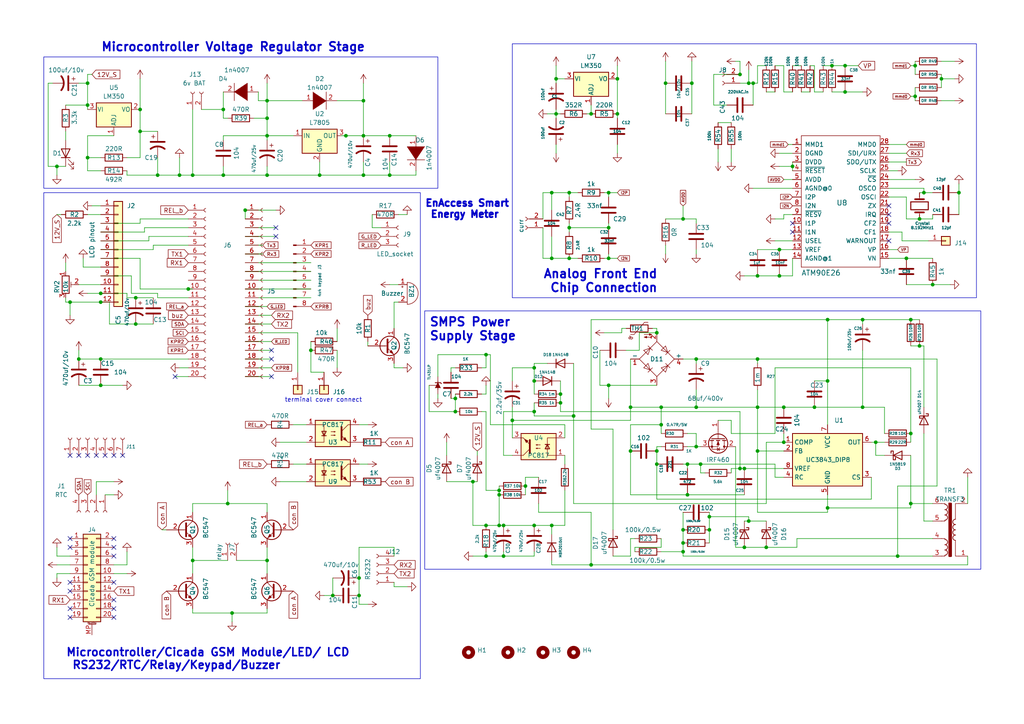
<source format=kicad_sch>
(kicad_sch (version 20220126) (generator eeschema)
  (paper "A4")
  (junction (at 264.16 92.71))
  (junction (at 144.78 142.24))
  (junction (at 105.41 50.8))
  (junction (at 132.08 115.57))
  (junction (at 203.2 134.62))
  (junction (at 267.97 55.88))
  (junction (at 140.97 102.87))
  (junction (at 77.47 162.56))
  (junction (at 266.7 63.5))
  (junction (at 227.33 118.11))
  (junction (at 227.33 128.27))
  (junction (at 154.94 119.38))
  (junction (at 132.08 119.38))
  (junction (at 66.04 146.05))
  (junction (at 240.03 92.71))
  (junction (at 200.66 24.13))
  (junction (at 215.9 135.89))
  (junction (at 240.03 147.32))
  (junction (at 265.43 19.05))
  (junction (at 160.02 74.93))
  (junction (at 29.21 111.76))
  (junction (at 67.31 177.8))
  (junction (at 161.29 22.86))
  (junction (at 191.77 123.19))
  (junction (at 144.78 152.4))
  (junction (at 25.4 45.72))
  (junction (at 154.94 110.49))
  (junction (at 176.53 55.88))
  (junction (at 64.77 31.75))
  (junction (at 214.63 21.59))
  (junction (at 140.97 152.4))
  (junction (at 241.3 19.05))
  (junction (at 199.39 134.62))
  (junction (at 191.77 118.11))
  (junction (at 71.12 60.96))
  (junction (at 222.25 158.75))
  (junction (at 100.33 39.37))
  (junction (at 90.17 101.6))
  (junction (at 254 128.27))
  (junction (at 148.59 121.92))
  (junction (at 160.02 152.4))
  (junction (at 214.63 135.89))
  (junction (at 250.19 92.71))
  (junction (at 262.89 74.93))
  (junction (at 113.03 39.37))
  (junction (at 219.71 80.01))
  (junction (at 113.03 50.8))
  (junction (at 219.71 130.81))
  (junction (at 92.71 50.8))
  (junction (at 182.88 130.81))
  (junction (at 29.21 85.09))
  (junction (at 217.17 24.13))
  (junction (at 250.19 118.11))
  (junction (at 154.94 152.4))
  (junction (at 226.06 72.39))
  (junction (at 40.64 38.1))
  (junction (at 198.12 160.02))
  (junction (at 245.11 19.05))
  (junction (at 226.06 80.01))
  (junction (at 198.12 63.5))
  (junction (at 40.64 31.75))
  (junction (at 264.16 125.73))
  (junction (at 165.1 55.88))
  (junction (at 144.78 143.51))
  (junction (at 54.61 83.82))
  (junction (at 77.47 39.37))
  (junction (at 245.11 26.67))
  (junction (at 201.93 118.11))
  (junction (at 140.97 161.29))
  (junction (at 171.45 33.02))
  (junction (at 176.53 66.04))
  (junction (at 161.29 33.02))
  (junction (at 166.37 120.65))
  (junction (at 29.21 104.14))
  (junction (at 154.94 106.68))
  (junction (at 199.39 143.51))
  (junction (at 39.37 86.36))
  (junction (at 55.88 50.8))
  (junction (at 215.9 158.75))
  (junction (at 105.41 39.37))
  (junction (at 219.71 104.14))
  (junction (at 22.86 104.14))
  (junction (at 20.32 87.63))
  (junction (at 201.93 129.54))
  (junction (at 176.53 111.76))
  (junction (at 25.4 30.48))
  (junction (at 190.5 130.81))
  (junction (at 29.21 87.63))
  (junction (at 105.41 29.21))
  (junction (at 152.4 140.97))
  (junction (at 182.88 118.11))
  (junction (at 165.1 74.93))
  (junction (at 104.14 167.64))
  (junction (at 162.56 114.3))
  (junction (at 198.12 153.67))
  (junction (at 205.74 153.67))
  (junction (at 77.47 29.21))
  (junction (at 219.71 118.11))
  (junction (at 190.5 96.52))
  (junction (at 193.04 24.13))
  (junction (at 96.52 172.72))
  (junction (at 146.05 152.4))
  (junction (at 278.13 55.88))
  (junction (at 16.51 48.26))
  (junction (at 77.47 34.29))
  (junction (at 270.51 82.55))
  (junction (at 137.16 139.7))
  (junction (at 52.07 50.8))
  (junction (at 55.88 162.56))
  (junction (at 176.53 74.93))
  (junction (at 198.12 157.48))
  (junction (at 218.44 24.13))
  (junction (at 201.93 104.14))
  (junction (at 205.74 149.86))
  (junction (at 104.14 172.72))
  (junction (at 190.5 134.62))
  (junction (at 265.43 27.94))
  (junction (at 236.22 118.11))
  (junction (at 39.37 93.98))
  (junction (at 64.77 50.8))
  (junction (at 273.05 22.86))
  (junction (at 25.4 24.13))
  (junction (at 240.03 110.49))
  (junction (at 260.35 161.29))
  (junction (at 77.47 50.8))
  (junction (at 171.45 163.83))
  (junction (at 229.87 48.26))
  (junction (at 266.7 100.33))
  (junction (at 162.56 116.84))
  (junction (at 160.02 55.88))
  (junction (at 179.07 33.02))
  (junction (at 217.17 151.13))
  (junction (at 179.07 22.86))
  (junction (at 146.05 161.29))
  (junction (at 264.16 146.05))
  (junction (at 165.1 66.04))
  (junction (at 45.72 50.8))
  (no_connect (at 35.56 132.08))
  (no_connect (at 33.02 132.08))
  (no_connect (at 30.48 132.08))
  (no_connect (at 20.32 132.08))
  (no_connect (at 25.4 132.08))
  (no_connect (at 27.94 132.08))
  (no_connect (at 22.86 132.08))
  (no_connect (at 229.87 64.77))
  (no_connect (at 229.87 67.31))
  (no_connect (at 257.81 69.85))
  (no_connect (at 33.02 176.53))
  (no_connect (at 33.02 179.07))
  (no_connect (at 20.32 158.75))
  (no_connect (at 20.32 156.21))
  (no_connect (at 20.32 171.45))
  (no_connect (at 20.32 168.91))
  (no_connect (at 20.32 176.53))
  (no_connect (at 33.02 156.21))
  (no_connect (at 33.02 158.75))
  (no_connect (at 33.02 161.29))
  (no_connect (at 33.02 168.91))
  (no_connect (at 33.02 173.99))
  (no_connect (at 20.32 179.07))
  (no_connect (at 80.01 66.04))
  (no_connect (at 80.01 68.58))
  (no_connect (at 50.8 109.22))
  (no_connect (at 78.74 104.14))
  (no_connect (at 78.74 101.6))
  (no_connect (at 78.74 109.22))
  (no_connect (at 257.81 59.69))
  (no_connect (at 257.81 62.23))
  (no_connect (at 257.81 64.77))
  (wire (pts (xy 41.91 66.04) (xy 54.61 66.04)))
  (wire (pts (xy 193.04 24.13) (xy 193.04 33.02)))
  (wire (pts (xy 257.81 54.61) (xy 267.97 54.61)))
  (wire (pts (xy 280.67 146.05) (xy 280.67 138.43)))
  (wire (pts (xy 208.28 35.56) (xy 212.09 35.56)))
  (wire (pts (xy 180.34 95.25) (xy 180.34 96.52)))
  (wire (pts (xy 176.53 55.88) (xy 176.53 57.15)))
  (wire (pts (xy 214.63 135.89) (xy 214.63 119.38)))
  (wire (pts (xy 160.02 162.56) (xy 160.02 163.83)))
  (wire (pts (xy 166.37 120.65) (xy 154.94 120.65)))
  (wire (pts (xy 140.97 142.24) (xy 140.97 119.38)))
  (wire (pts (xy 90.17 99.06) (xy 90.17 101.6)))
  (wire (pts (xy 31.75 87.63) (xy 29.21 87.63)))
  (wire (pts (xy 77.47 158.75) (xy 77.47 162.56)))
  (wire (pts (xy 219.71 72.39) (xy 226.06 72.39)))
  (wire (pts (xy 20.32 163.83) (xy 16.51 163.83)))
  (wire (pts (xy 201.93 63.5) (xy 201.93 64.77)))
  (wire (pts (xy 107.95 66.04) (xy 110.49 66.04)))
  (wire (pts (xy 175.26 55.88) (xy 176.53 55.88)))
  (wire (pts (xy 71.12 73.66) (xy 76.2 73.66)))
  (wire (pts (xy 36.83 163.83) (xy 33.02 163.83)))
  (wire (pts (xy 160.02 163.83) (xy 171.45 163.83)))
  (wire (pts (xy 140.97 102.87) (xy 142.24 102.87)))
  (wire (pts (xy 224.79 125.73) (xy 224.79 106.68)))
  (wire (pts (xy 90.17 107.95) (xy 90.17 101.6)))
  (wire (pts (xy 74.93 26.67) (xy 74.93 29.21)))
  (wire (pts (xy 148.59 118.11) (xy 148.59 121.92)))
  (wire (pts (xy 146.05 119.38) (xy 154.94 119.38)))
  (wire (pts (xy 218.44 24.13) (xy 219.71 24.13)))
  (wire (pts (xy 144.78 140.97) (xy 144.78 142.24)))
  (wire (pts (xy 66.04 142.24) (xy 66.04 146.05)))
  (wire (pts (xy 19.05 30.48) (xy 25.4 30.48)))
  (wire (pts (xy 238.76 26.67) (xy 236.22 26.67)))
  (wire (pts (xy 77.47 50.8) (xy 92.71 50.8)))
  (wire (pts (xy 146.05 152.4) (xy 154.94 152.4)))
  (wire (pts (xy 80.01 60.96) (xy 71.12 60.96)))
  (wire (pts (xy 44.45 72.39) (xy 44.45 71.12)))
  (wire (pts (xy 140.97 161.29) (xy 146.05 161.29)))
  (wire (pts (xy 52.07 45.72) (xy 52.07 50.8)))
  (wire (pts (xy 22.86 24.13) (xy 25.4 24.13)))
  (wire (pts (xy 265.43 27.94) (xy 265.43 29.21)))
  (wire (pts (xy 55.88 158.75) (xy 55.88 162.56)))
  (wire (pts (xy 171.45 92.71) (xy 171.45 124.46)))
  (wire (pts (xy 162.56 110.49) (xy 162.56 114.3)))
  (wire (pts (xy 260.35 140.97) (xy 271.78 140.97)))
  (wire (pts (xy 55.88 148.59) (xy 55.88 146.05)))
  (wire (pts (xy 227.33 62.23) (xy 229.87 62.23)))
  (wire (pts (xy 227.33 125.73) (xy 227.33 128.27)))
  (wire (pts (xy 50.8 109.22) (xy 54.61 109.22)))
  (wire (pts (xy 224.79 106.68) (xy 264.16 106.68)))
  (wire (pts (xy 29.21 74.93) (xy 40.64 74.93)))
  (wire (pts (xy 219.71 113.03) (xy 219.71 118.11)))
  (wire (pts (xy 113.03 82.55) (xy 115.57 82.55)))
  (wire (pts (xy 240.03 92.71) (xy 250.19 92.71)))
  (wire (pts (xy 137.16 152.4) (xy 140.97 152.4)))
  (wire (pts (xy 252.73 144.78) (xy 190.5 144.78)))
  (wire (pts (xy 20.32 87.63) (xy 29.21 87.63)))
  (wire (pts (xy 184.15 158.75) (xy 191.77 158.75)))
  (wire (pts (xy 25.4 49.53) (xy 29.21 49.53)))
  (wire (pts (xy 217.17 24.13) (xy 218.44 24.13)))
  (wire (pts (xy 16.51 166.37) (xy 20.32 166.37)))
  (wire (pts (xy 226.06 48.26) (xy 229.87 48.26)))
  (wire (pts (xy 36.83 85.09) (xy 29.21 85.09)))
  (wire (pts (xy 55.88 50.8) (xy 64.77 50.8)))
  (wire (pts (xy 25.4 62.23) (xy 29.21 62.23)))
  (wire (pts (xy 104.14 134.62) (xy 106.68 134.62)))
  (wire (pts (xy 273.05 22.86) (xy 276.86 22.86)))
  (wire (pts (xy 205.74 149.86) (xy 205.74 153.67)))
  (wire (pts (xy 71.12 104.14) (xy 78.74 104.14)))
  (wire (pts (xy 193.04 63.5) (xy 198.12 63.5)))
  (wire (pts (xy 27.94 139.7) (xy 27.94 143.51)))
  (wire (pts (xy 29.21 64.77) (xy 40.64 64.77)))
  (wire (pts (xy 29.21 111.76) (xy 35.56 111.76)))
  (wire (pts (xy 33.02 39.37) (xy 25.4 39.37)))
  (wire (pts (xy 219.71 105.41) (xy 219.71 104.14)))
  (wire (pts (xy 222.25 128.27) (xy 222.25 146.05)))
  (wire (pts (xy 264.16 92.71) (xy 266.7 92.71)))
  (wire (pts (xy 64.77 50.8) (xy 77.47 50.8)))
  (wire (pts (xy 114.3 87.63) (xy 114.3 95.25)))
  (wire (pts (xy 157.48 55.88) (xy 157.48 63.5)))
  (wire (pts (xy 257.81 74.93) (xy 262.89 74.93)))
  (wire (pts (xy 146.05 161.29) (xy 154.94 161.29)))
  (wire (pts (xy 25.4 45.72) (xy 29.21 45.72)))
  (wire (pts (xy 267.97 55.88) (xy 270.51 55.88)))
  (wire (pts (xy 250.19 118.11) (xy 256.54 118.11)))
  (wire (pts (xy 257.81 52.07) (xy 265.43 52.07)))
  (wire (pts (xy 64.77 48.26) (xy 64.77 50.8)))
  (wire (pts (xy 25.4 21.59) (xy 25.4 24.13)))
  (wire (pts (xy 43.18 68.58) (xy 54.61 68.58)))
  (wire (pts (xy 67.31 177.8) (xy 67.31 180.34)))
  (wire (pts (xy 217.17 24.13) (xy 217.17 20.32)))
  (wire (pts (xy 67.31 177.8) (xy 77.47 177.8)))
  (wire (pts (xy 148.59 121.92) (xy 148.59 127)))
  (wire (pts (xy 227.33 128.27) (xy 222.25 128.27)))
  (wire (pts (xy 264.16 106.68) (xy 264.16 125.73)))
  (wire (pts (xy 215.9 158.75) (xy 222.25 158.75)))
  (wire (pts (xy 273.05 22.86) (xy 273.05 25.4)))
  (wire (pts (xy 40.64 83.82) (xy 54.61 83.82)))
  (wire (pts (xy 71.12 71.12) (xy 76.2 71.12)))
  (wire (pts (xy 162.56 116.84) (xy 162.56 119.38)))
  (wire (pts (xy 262.89 63.5) (xy 266.7 63.5)))
  (wire (pts (xy 66.04 162.56) (xy 55.88 162.56)))
  (wire (pts (xy 71.12 96.52) (xy 86.36 96.52)))
  (wire (pts (xy 207.01 21.59) (xy 214.63 21.59)))
  (wire (pts (xy 77.47 29.21) (xy 77.47 34.29)))
  (wire (pts (xy 137.16 139.7) (xy 137.16 152.4)))
  (wire (pts (xy 208.28 46.99) (xy 208.28 43.18)))
  (wire (pts (xy 139.7 114.3) (xy 140.97 114.3)))
  (wire (pts (xy 201.93 129.54) (xy 203.2 129.54)))
  (wire (pts (xy 264.16 125.73) (xy 264.16 128.27)))
  (wire (pts (xy 257.81 44.45) (xy 262.89 44.45)))
  (wire (pts (xy 64.77 40.64) (xy 64.77 39.37)))
  (wire (pts (xy 29.21 77.47) (xy 24.13 77.47)))
  (wire (pts (xy 106.68 99.06) (xy 106.68 100.33)))
  (wire (pts (xy 77.47 40.64) (xy 77.47 39.37)))
  (wire (pts (xy 177.8 124.46) (xy 171.45 124.46)))
  (wire (pts (xy 213.36 158.75) (xy 215.9 158.75)))
  (wire (pts (xy 154.94 161.29) (xy 154.94 160.02)))
  (wire (pts (xy 40.64 22.86) (xy 40.64 31.75)))
  (wire (pts (xy 68.58 162.56) (xy 77.47 162.56)))
  (wire (pts (xy 20.32 87.63) (xy 19.05 87.63)))
  (wire (pts (xy 29.21 111.76) (xy 22.86 111.76)))
  (wire (pts (xy 39.37 86.36) (xy 44.45 86.36)))
  (wire (pts (xy 262.89 74.93) (xy 270.51 74.93)))
  (wire (pts (xy 252.73 138.43) (xy 252.73 144.78)))
  (wire (pts (xy 88.9 134.62) (xy 85.09 134.62)))
  (wire (pts (xy 148.59 132.08) (xy 146.05 132.08)))
  (wire (pts (xy 264.16 19.05) (xy 265.43 19.05)))
  (wire (pts (xy 113.03 50.8) (xy 120.65 50.8)))
  (wire (pts (xy 250.19 101.6) (xy 250.19 118.11)))
  (wire (pts (xy 265.43 19.05) (xy 265.43 21.59)))
  (wire (pts (xy 227.33 26.67) (xy 229.87 26.67)))
  (wire (pts (xy 256.54 118.11) (xy 256.54 125.73)))
  (wire (pts (xy 64.77 31.75) (xy 64.77 34.29)))
  (wire (pts (xy 203.2 134.62) (xy 203.2 137.16)))
  (wire (pts (xy 222.25 158.75) (xy 231.14 158.75)))
  (wire (pts (xy 215.9 80.01) (xy 219.71 80.01)))
  (wire (pts (xy 213.36 129.54) (xy 213.36 158.75)))
  (wire (pts (xy 222.25 26.67) (xy 224.79 26.67)))
  (wire (pts (xy 154.94 110.49) (xy 154.94 106.68)))
  (wire (pts (xy 222.25 146.05) (xy 166.37 146.05)))
  (wire (pts (xy 92.71 50.8) (xy 105.41 50.8)))
  (wire (pts (xy 171.45 92.71) (xy 240.03 92.71)))
  (wire (pts (xy 182.88 123.19) (xy 191.77 123.19)))
  (wire (pts (xy 217.17 149.86) (xy 217.17 151.13)))
  (wire (pts (xy 214.63 119.38) (xy 162.56 119.38)))
  (wire (pts (xy 115.57 62.23) (xy 118.11 62.23)))
  (wire (pts (xy 77.47 39.37) (xy 85.09 39.37)))
  (wire (pts (xy 22.86 101.6) (xy 22.86 104.14)))
  (wire (pts (xy 71.12 68.58) (xy 80.01 68.58)))
  (wire (pts (xy 165.1 55.88) (xy 167.64 55.88)))
  (wire (pts (xy 201.93 118.11) (xy 201.93 113.03)))
  (wire (pts (xy 161.29 22.86) (xy 163.83 22.86)))
  (wire (pts (xy 212.09 125.73) (xy 224.79 125.73)))
  (wire (pts (xy 191.77 125.73) (xy 191.77 123.19)))
  (wire (pts (xy 25.4 30.48) (xy 25.4 31.75)))
  (wire (pts (xy 114.3 161.29) (xy 114.3 158.75)))
  (wire (pts (xy 40.64 64.77) (xy 40.64 63.5)))
  (wire (pts (xy 176.53 111.76) (xy 190.5 111.76)))
  (wire (pts (xy 24.13 74.93) (xy 24.13 77.47)))
  (wire (pts (xy 36.83 45.72) (xy 40.64 45.72)))
  (wire (pts (xy 214.63 24.13) (xy 217.17 24.13)))
  (wire (pts (xy 154.94 119.38) (xy 154.94 116.84)))
  (wire (pts (xy 270.51 161.29) (xy 260.35 161.29)))
  (wire (pts (xy 45.72 45.72) (xy 45.72 50.8)))
  (wire (pts (xy 176.53 55.88) (xy 179.07 55.88)))
  (wire (pts (xy 36.83 49.53) (xy 36.83 50.8)))
  (wire (pts (xy 55.88 162.56) (xy 55.88 166.37)))
  (wire (pts (xy 252.73 128.27) (xy 254 128.27)))
  (wire (pts (xy 262.89 57.15) (xy 262.89 63.5)))
  (wire (pts (xy 129.54 128.27) (xy 129.54 132.08)))
  (wire (pts (xy 179.07 41.91) (xy 179.07 44.45)))
  (wire (pts (xy 77.47 24.13) (xy 77.47 29.21)))
  (wire (pts (xy 198.12 134.62) (xy 199.39 134.62)))
  (wire (pts (xy 226.06 44.45) (xy 229.87 44.45)))
  (wire (pts (xy 44.45 71.12) (xy 54.61 71.12)))
  (wire (pts (xy 190.5 130.81) (xy 190.5 134.62)))
  (wire (pts (xy 45.72 85.09) (xy 45.72 86.36)))
  (wire (pts (xy 227.33 63.5) (xy 227.33 62.23)))
  (wire (pts (xy 71.12 106.68) (xy 78.74 106.68)))
  (wire (pts (xy 144.78 143.51) (xy 144.78 152.4)))
  (wire (pts (xy 241.3 19.05) (xy 245.11 19.05)))
  (wire (pts (xy 165.1 66.04) (xy 165.1 67.31)))
  (wire (pts (xy 240.03 147.32) (xy 240.03 148.59)))
  (wire (pts (xy 154.94 105.41) (xy 158.75 105.41)))
  (wire (pts (xy 176.53 64.77) (xy 176.53 66.04)))
  (wire (pts (xy 166.37 120.65) (xy 166.37 146.05)))
  (wire (pts (xy 182.88 121.92) (xy 182.88 118.11)))
  (wire (pts (xy 16.51 167.64) (xy 16.51 166.37)))
  (wire (pts (xy 250.19 93.98) (xy 250.19 92.71)))
  (wire (pts (xy 39.37 93.98) (xy 31.75 93.98)))
  (wire (pts (xy 177.8 124.46) (xy 177.8 153.67)))
  (wire (pts (xy 176.53 111.76) (xy 176.53 115.57)))
  (wire (pts (xy 257.81 49.53) (xy 260.35 49.53)))
  (wire (pts (xy 185.42 101.6) (xy 185.42 96.52)))
  (wire (pts (xy 27.94 139.7) (xy 33.02 139.7)))
  (wire (pts (xy 165.1 74.93) (xy 167.64 74.93)))
  (wire (pts (xy 152.4 140.97) (xy 152.4 143.51)))
  (wire (pts (xy 271.78 140.97) (xy 271.78 104.14)))
  (wire (pts (xy 227.33 138.43) (xy 224.79 138.43)))
  (wire (pts (xy 26.67 21.59) (xy 25.4 21.59)))
  (wire (pts (xy 36.83 86.36) (xy 36.83 85.09)))
  (wire (pts (xy 267.97 54.61) (xy 267.97 55.88)))
  (wire (pts (xy 190.5 95.25) (xy 190.5 96.52)))
  (wire (pts (xy 114.3 105.41) (xy 114.3 106.68)))
  (wire (pts (xy 142.24 123.19) (xy 163.83 123.19)))
  (wire (pts (xy 163.83 127) (xy 163.83 123.19)))
  (wire (pts (xy 130.81 107.95) (xy 130.81 106.68)))
  (wire (pts (xy 198.12 148.59) (xy 198.12 153.67)))
  (wire (pts (xy 19.05 38.1) (xy 19.05 40.64)))
  (wire (pts (xy 182.88 123.19) (xy 182.88 130.81)))
  (wire (pts (xy 148.59 121.92) (xy 182.88 121.92)))
  (wire (pts (xy 219.71 104.14) (xy 271.78 104.14)))
  (wire (pts (xy 71.12 101.6) (xy 78.74 101.6)))
  (wire (pts (xy 210.82 30.48) (xy 207.01 30.48)))
  (wire (pts (xy 273.05 29.21) (xy 276.86 29.21)))
  (wire (pts (xy 71.12 66.04) (xy 80.01 66.04)))
  (wire (pts (xy 193.04 71.12) (xy 193.04 73.66)))
  (wire (pts (xy 212.09 46.99) (xy 212.09 43.18)))
  (wire (pts (xy 280.67 161.29) (xy 280.67 163.83)))
  (wire (pts (xy 171.45 30.48) (xy 171.45 33.02)))
  (wire (pts (xy 160.02 152.4) (xy 163.83 152.4)))
  (wire (pts (xy 238.76 19.05) (xy 241.3 19.05)))
  (wire (pts (xy 265.43 25.4) (xy 265.43 27.94)))
  (wire (pts (xy 215.9 135.89) (xy 214.63 135.89)))
  (wire (pts (xy 142.24 123.19) (xy 142.24 102.87)))
  (wire (pts (xy 105.41 39.37) (xy 113.03 39.37)))
  (wire (pts (xy 266.7 55.88) (xy 267.97 55.88)))
  (wire (pts (xy 162.56 114.3) (xy 162.56 116.84)))
  (wire (pts (xy 156.21 148.59) (xy 171.45 148.59)))
  (wire (pts (xy 154.94 120.65) (xy 154.94 119.38)))
  (wire (pts (xy 140.97 160.02) (xy 140.97 161.29)))
  (wire (pts (xy 113.03 46.99) (xy 113.03 50.8)))
  (wire (pts (xy 191.77 118.11) (xy 201.93 118.11)))
  (wire (pts (xy 165.1 66.04) (xy 176.53 66.04)))
  (wire (pts (xy 66.04 34.29) (xy 64.77 34.29)))
  (wire (pts (xy 71.12 60.96) (xy 71.12 63.5)))
  (wire (pts (xy 71.12 109.22) (xy 78.74 109.22)))
  (wire (pts (xy 254 128.27) (xy 256.54 128.27)))
  (wire (pts (xy 219.71 118.11) (xy 227.33 118.11)))
  (wire (pts (xy 66.04 146.05) (xy 77.47 146.05)))
  (wire (pts (xy 157.48 74.93) (xy 160.02 74.93)))
  (wire (pts (xy 176.53 74.93) (xy 179.07 74.93)))
  (wire (pts (xy 25.4 24.13) (xy 25.4 30.48)))
  (wire (pts (xy 81.28 128.27) (xy 88.9 128.27)))
  (wire (pts (xy 36.83 166.37) (xy 33.02 166.37)))
  (wire (pts (xy 88.9 123.19) (xy 85.09 123.19)))
  (wire (pts (xy 227.33 118.11) (xy 236.22 118.11)))
  (wire (pts (xy 199.39 134.62) (xy 203.2 134.62)))
  (wire (pts (xy 156.21 138.43) (xy 152.4 138.43)))
  (wire (pts (xy 203.2 134.62) (xy 224.79 134.62)))
  (wire (pts (xy 73.66 34.29) (xy 77.47 34.29)))
  (wire (pts (xy 200.66 17.78) (xy 200.66 24.13)))
  (wire (pts (xy 29.21 104.14) (xy 54.61 104.14)))
  (wire (pts (xy 71.12 86.36) (xy 90.17 86.36)))
  (wire (pts (xy 193.04 17.78) (xy 193.04 24.13)))
  (wire (pts (xy 148.59 106.68) (xy 154.94 106.68)))
  (wire (pts (xy 224.79 63.5) (xy 227.33 63.5)))
  (wire (pts (xy 160.02 68.58) (xy 160.02 74.93)))
  (wire (pts (xy 201.93 104.14) (xy 201.93 105.41)))
  (wire (pts (xy 165.1 57.15) (xy 165.1 55.88)))
  (wire (pts (xy 45.72 50.8) (xy 52.07 50.8)))
  (wire (pts (xy 132.08 115.57) (xy 132.08 119.38)))
  (wire (pts (xy 240.03 148.59) (xy 219.71 148.59)))
  (wire (pts (xy 180.34 95.25) (xy 181.61 95.25)))
  (wire (pts (xy 166.37 105.41) (xy 166.37 120.65)))
  (wire (pts (xy 201.93 104.14) (xy 219.71 104.14)))
  (wire (pts (xy 25.4 85.09) (xy 29.21 85.09)))
  (wire (pts (xy 160.02 55.88) (xy 165.1 55.88)))
  (wire (pts (xy 182.88 156.21) (xy 184.15 156.21)))
  (wire (pts (xy 161.29 33.02) (xy 161.29 34.29)))
  (wire (pts (xy 40.64 63.5) (xy 54.61 63.5)))
  (wire (pts (xy 256.54 132.08) (xy 254 132.08)))
  (wire (pts (xy 236.22 19.05) (xy 234.95 19.05)))
  (wire (pts (xy 154.94 110.49) (xy 154.94 114.3)))
  (wire (pts (xy 275.59 82.55) (xy 270.51 82.55)))
  (wire (pts (xy 16.51 48.26) (xy 16.51 50.8)))
  (wire (pts (xy 38.1 80.01) (xy 29.21 80.01)))
  (wire (pts (xy 240.03 143.51) (xy 240.03 147.32)))
  (wire (pts (xy 148.59 110.49) (xy 148.59 106.68)))
  (wire (pts (xy 264.16 100.33) (xy 266.7 100.33)))
  (wire (pts (xy 199.39 143.51) (xy 215.9 143.51)))
  (wire (pts (xy 64.77 26.67) (xy 64.77 31.75)))
  (wire (pts (xy 190.5 129.54) (xy 190.5 130.81)))
  (wire (pts (xy 240.03 147.32) (xy 264.16 147.32)))
  (wire (pts (xy 138.43 130.81) (xy 138.43 132.08)))
  (wire (pts (xy 240.03 92.71) (xy 240.03 110.49)))
  (wire (pts (xy 236.22 118.11) (xy 250.19 118.11)))
  (wire (pts (xy 71.12 91.44) (xy 78.74 91.44)))
  (wire (pts (xy 13.97 24.13) (xy 13.97 48.26)))
  (wire (pts (xy 114.3 158.75) (xy 104.14 158.75)))
  (wire (pts (xy 270.51 156.21) (xy 231.14 156.21)))
  (wire (pts (xy 120.65 49.53) (xy 120.65 50.8)))
  (wire (pts (xy 52.07 50.8) (xy 55.88 50.8)))
  (wire (pts (xy 201.93 125.73) (xy 201.93 129.54)))
  (wire (pts (xy 16.51 161.29) (xy 20.32 161.29)))
  (wire (pts (xy 55.88 177.8) (xy 67.31 177.8)))
  (wire (pts (xy 29.21 69.85) (xy 43.18 69.85)))
  (wire (pts (xy 161.29 33.02) (xy 162.56 33.02)))
  (wire (pts (xy 22.86 82.55) (xy 29.21 82.55)))
  (wire (pts (xy 127 102.87) (xy 140.97 102.87)))
  (wire (pts (xy 64.77 39.37) (xy 77.47 39.37)))
  (wire (pts (xy 104.14 123.19) (xy 106.68 123.19)))
  (wire (pts (xy 156.21 146.05) (xy 156.21 148.59)))
  (wire (pts (xy 157.48 55.88) (xy 160.02 55.88)))
  (wire (pts (xy 139.7 106.68) (xy 140.97 106.68)))
  (wire (pts (xy 264.16 146.05) (xy 264.16 147.32)))
  (wire (pts (xy 124.46 119.38) (xy 132.08 119.38)))
  (wire (pts (xy 19.05 86.36) (xy 19.05 87.63)))
  (wire (pts (xy 201.93 73.66) (xy 201.93 72.39)))
  (wire (pts (xy 58.42 31.75) (xy 64.77 31.75)))
  (wire (pts (xy 231.14 156.21) (xy 231.14 158.75)))
  (wire (pts (xy 71.12 83.82) (xy 90.17 83.82)))
  (wire (pts (xy 264.16 27.94) (xy 265.43 27.94)))
  (wire (pts (xy 114.3 87.63) (xy 115.57 87.63)))
  (wire (pts (xy 270.51 63.5) (xy 270.51 62.23)))
  (wire (pts (xy 203.2 137.16) (xy 204.47 137.16)))
  (wire (pts (xy 229.87 48.26) (xy 229.87 49.53)))
  (wire (pts (xy 139.7 119.38) (xy 140.97 119.38)))
  (wire (pts (xy 71.12 99.06) (xy 78.74 99.06)))
  (wire (pts (xy 224.79 69.85) (xy 229.87 69.85)))
  (wire (pts (xy 25.4 39.37) (xy 25.4 45.72)))
  (wire (pts (xy 219.71 19.05) (xy 219.71 24.13)))
  (wire (pts (xy 152.4 138.43) (xy 152.4 140.97)))
  (wire (pts (xy 171.45 163.83) (xy 280.67 163.83)))
  (wire (pts (xy 199.39 134.62) (xy 199.39 135.89)))
  (wire (pts (xy 248.92 19.05) (xy 245.11 19.05)))
  (wire (pts (xy 171.45 148.59) (xy 171.45 163.83)))
  (wire (pts (xy 257.81 67.31) (xy 261.62 67.31)))
  (wire (pts (xy 179.07 33.02) (xy 179.07 34.29)))
  (wire (pts (xy 182.88 104.14) (xy 182.88 118.11)))
  (wire (pts (xy 39.37 93.98) (xy 44.45 93.98)))
  (wire (pts (xy 146.05 160.02) (xy 146.05 161.29)))
  (wire (pts (xy 182.88 130.81) (xy 182.88 143.51)))
  (wire (pts (xy 227.33 19.05) (xy 227.33 26.67)))
  (wire (pts (xy 191.77 118.11) (xy 191.77 123.19)))
  (wire (pts (xy 181.61 101.6) (xy 185.42 101.6)))
  (wire (pts (xy 127 115.57) (xy 127 114.3)))
  (wire (pts (xy 161.29 19.05) (xy 161.29 22.86)))
  (wire (pts (xy 105.41 24.13) (xy 105.41 29.21)))
  (wire (pts (xy 19.05 76.2) (xy 19.05 78.74)))
  (wire (pts (xy 228.6 41.91) (xy 229.87 41.91)))
  (wire (pts (xy 55.88 83.82) (xy 54.61 83.82)))
  (wire (pts (xy 201.93 118.11) (xy 219.71 118.11)))
  (wire (pts (xy 130.81 115.57) (xy 132.08 115.57)))
  (wire (pts (xy 260.35 161.29) (xy 260.35 140.97)))
  (wire (pts (xy 104.14 158.75) (xy 104.14 167.64)))
  (wire (pts (xy 97.79 101.6) (xy 97.79 106.68)))
  (wire (pts (xy 229.87 52.07) (xy 227.33 52.07)))
  (wire (pts (xy 207.01 30.48) (xy 207.01 21.59)))
  (wire (pts (xy 264.16 132.08) (xy 264.16 146.05)))
  (wire (pts (xy 104.14 175.26) (xy 104.14 172.72)))
  (wire (pts (xy 71.12 76.2) (xy 90.17 76.2)))
  (wire (pts (xy 190.5 129.54) (xy 191.77 129.54)))
  (wire (pts (xy 260.35 72.39) (xy 257.81 72.39)))
  (wire (pts (xy 224.79 138.43) (xy 224.79 134.62)))
  (wire (pts (xy 189.23 95.25) (xy 190.5 95.25)))
  (wire (pts (xy 214.63 135.89) (xy 212.09 135.89)))
  (wire (pts (xy 229.87 74.93) (xy 229.87 80.01)))
  (wire (pts (xy 257.81 46.99) (xy 262.89 46.99)))
  (wire (pts (xy 36.83 86.36) (xy 39.37 86.36)))
  (wire (pts (xy 212.09 121.92) (xy 212.09 125.73)))
  (wire (pts (xy 163.83 142.24) (xy 163.83 152.4)))
  (wire (pts (xy 20.32 87.63) (xy 20.32 91.44)))
  (wire (pts (xy 22.86 104.14) (xy 29.21 104.14)))
  (wire (pts (xy 217.17 151.13) (xy 222.25 151.13)))
  (wire (pts (xy 254 132.08) (xy 254 128.27)))
  (wire (pts (xy 105.41 46.99) (xy 105.41 50.8)))
  (wire (pts (xy 173.99 111.76) (xy 173.99 101.6)))
  (wire (pts (xy 146.05 132.08) (xy 146.05 119.38)))
  (wire (pts (xy 96.52 167.64) (xy 96.52 172.72)))
  (wire (pts (xy 179.07 19.05) (xy 179.07 22.86)))
  (wire (pts (xy 267.97 100.33) (xy 266.7 100.33)))
  (wire (pts (xy 114.3 106.68) (xy 116.84 106.68)))
  (wire (pts (xy 140.97 102.87) (xy 140.97 106.68)))
  (wire (pts (xy 176.53 73.66) (xy 176.53 74.93)))
  (wire (pts (xy 219.71 130.81) (xy 219.71 148.59)))
  (wire (pts (xy 106.68 175.26) (xy 104.14 175.26)))
  (wire (pts (xy 93.98 107.95) (xy 90.17 107.95)))
  (wire (pts (xy 40.64 38.1) (xy 45.72 38.1)))
  (wire (pts (xy 222.25 19.05) (xy 219.71 19.05)))
  (wire (pts (xy 100.33 39.37) (xy 105.41 39.37)))
  (wire (pts (xy 140.97 142.24) (xy 144.78 142.24)))
  (wire (pts (xy 52.07 106.68) (xy 54.61 106.68)))
  (wire (pts (xy 16.51 62.23) (xy 17.78 62.23)))
  (wire (pts (xy 161.29 41.91) (xy 161.29 44.45)))
  (wire (pts (xy 199.39 143.51) (xy 182.88 143.51)))
  (wire (pts (xy 215.9 151.13) (xy 217.17 151.13)))
  (wire (pts (xy 92.71 46.99) (xy 92.71 50.8)))
  (wire (pts (xy 229.87 46.99) (xy 229.87 48.26)))
  (wire (pts (xy 191.77 158.75) (xy 191.77 156.21)))
  (wire (pts (xy 45.72 86.36) (xy 54.61 86.36)))
  (wire (pts (xy 232.41 26.67) (xy 234.95 26.67)))
  (wire (pts (xy 218.44 54.61) (xy 229.87 54.61)))
  (wire (pts (xy 104.14 167.64) (xy 104.14 172.72)))
  (wire (pts (xy 30.48 143.51) (xy 33.02 143.51)))
  (wire (pts (xy 241.3 26.67) (xy 245.11 26.67)))
  (wire (pts (xy 71.12 78.74) (xy 90.17 78.74)))
  (wire (pts (xy 144.78 152.4) (xy 146.05 152.4)))
  (wire (pts (xy 224.79 19.05) (xy 227.33 19.05)))
  (wire (pts (xy 97.79 99.06) (xy 97.79 95.25)))
  (wire (pts (xy 154.94 106.68) (xy 154.94 105.41)))
  (wire (pts (xy 215.9 135.89) (xy 227.33 135.89)))
  (wire (pts (xy 55.88 31.75) (xy 55.88 50.8)))
  (wire (pts (xy 158.75 33.02) (xy 161.29 33.02)))
  (wire (pts (xy 13.97 48.26) (xy 16.51 48.26)))
  (wire (pts (xy 40.64 74.93) (xy 40.64 83.82)))
  (wire (pts (xy 198.12 160.02) (xy 198.12 161.29)))
  (wire (pts (xy 137.16 139.7) (xy 138.43 139.7)))
  (wire (pts (xy 198.12 104.14) (xy 201.93 104.14)))
  (wire (pts (xy 25.4 45.72) (xy 25.4 49.53)))
  (wire (pts (xy 41.91 67.31) (xy 41.91 66.04)))
  (wire (pts (xy 114.3 168.91) (xy 114.3 170.18)))
  (wire (pts (xy 55.88 146.05) (xy 66.04 146.05)))
  (wire (pts (xy 270.51 82.55) (xy 262.89 82.55)))
  (wire (pts (xy 267.97 151.13) (xy 270.51 151.13)))
  (wire (pts (xy 267.97 125.73) (xy 267.97 151.13)))
  (wire (pts (xy 261.62 67.31) (xy 261.62 69.85)))
  (wire (pts (xy 273.05 22.86) (xy 273.05 21.59)))
  (wire (pts (xy 160.02 55.88) (xy 160.02 60.96)))
  (wire (pts (xy 157.48 66.04) (xy 157.48 74.93)))
  (wire (pts (xy 264.16 146.05) (xy 270.51 146.05)))
  (wire (pts (xy 176.53 74.93) (xy 175.26 74.93)))
  (wire (pts (xy 199.39 129.54) (xy 201.93 129.54)))
  (wire (pts (xy 127 109.22) (xy 127 102.87)))
  (wire (pts (xy 240.03 110.49) (xy 240.03 123.19)))
  (wire (pts (xy 213.36 17.78) (xy 214.63 17.78)))
  (wire (pts (xy 161.29 24.13) (xy 161.29 22.86)))
  (wire (pts (xy 236.22 26.67) (xy 236.22 19.05)))
  (wire (pts (xy 71.12 81.28) (xy 90.17 81.28)))
  (wire (pts (xy 182.88 161.29) (xy 182.88 156.21)))
  (wire (pts (xy 16.51 48.26) (xy 19.05 48.26)))
  (wire (pts (xy 198.12 160.02) (xy 198.12 157.48)))
  (wire (pts (xy 129.54 139.7) (xy 137.16 139.7)))
  (wire (pts (xy 219.71 130.81) (xy 227.33 130.81)))
  (wire (pts (xy 36.83 160.02) (xy 36.83 163.83)))
  (wire (pts (xy 144.78 142.24) (xy 144.78 143.51)))
  (wire (pts (xy 266.7 63.5) (xy 270.51 63.5)))
  (wire (pts (xy 105.41 29.21) (xy 105.41 39.37)))
  (wire (pts (xy 140.97 111.76) (xy 140.97 114.3)))
  (wire (pts (xy 226.06 80.01) (xy 229.87 80.01)))
  (wire (pts (xy 113.03 39.37) (xy 120.65 39.37)))
  (wire (pts (xy 245.11 26.67) (xy 250.19 26.67)))
  (wire (pts (xy 77.47 177.8) (xy 77.47 176.53)))
  (wire (pts (xy 105.41 50.8) (xy 113.03 50.8)))
  (wire (pts (xy 86.36 96.52) (xy 86.36 107.95)))
  (wire (pts (xy 177.8 161.29) (xy 182.88 161.29)))
  (wire (pts (xy 219.71 118.11) (xy 219.71 130.81)))
  (wire (pts (xy 226.06 72.39) (xy 229.87 72.39)))
  (wire (pts (xy 179.07 22.86) (xy 179.07 33.02)))
  (wire (pts (xy 31.75 93.98) (xy 31.75 87.63)))
  (wire (pts (xy 29.21 67.31) (xy 41.91 67.31)))
  (wire (pts (xy 81.28 139.7) (xy 88.9 139.7)))
  (wire (pts (xy 132.08 114.3) (xy 132.08 115.57)))
  (wire (pts (xy 278.13 55.88) (xy 278.13 62.23)))
  (wire (pts (xy 229.87 19.05) (xy 232.41 19.05)))
  (wire (pts (xy 199.39 125.73) (xy 201.93 125.73)))
  (wire (pts (xy 15.24 24.13) (xy 13.97 24.13)))
  (wire (pts (xy 55.88 176.53) (xy 55.88 177.8)))
  (wire (pts (xy 214.63 21.59) (xy 214.63 17.78)))
  (wire (pts (xy 163.83 132.08) (xy 163.83 134.62)))
  (wire (pts (xy 77.47 29.21) (xy 87.63 29.21)))
  (wire (pts (xy 46.99 153.67) (xy 48.26 153.67)))
  (wire (pts (xy 236.22 110.49) (xy 240.03 110.49)))
  (wire (pts (xy 273.05 17.78) (xy 276.86 17.78)))
  (wire (pts (xy 124.46 111.76) (xy 124.46 119.38)))
  (wire (pts (xy 182.88 118.11) (xy 191.77 118.11)))
  (wire (pts (xy 160.02 74.93) (xy 165.1 74.93)))
  (wire (pts (xy 38.1 85.09) (xy 45.72 85.09)))
  (wire (pts (xy 71.12 93.98) (xy 78.74 93.98)))
  (wire (pts (xy 180.34 96.52) (xy 175.26 96.52)))
  (wire (pts (xy 43.18 69.85) (xy 43.18 68.58)))
  (wire (pts (xy 265.43 17.78) (xy 265.43 19.05)))
  (wire (pts (xy 36.83 50.8) (xy 45.72 50.8)))
  (wire (pts (xy 250.19 92.71) (xy 264.16 92.71)))
  (wire (pts (xy 26.67 59.69) (xy 29.21 59.69)))
  (wire (pts (xy 198.12 161.29) (xy 260.35 161.29)))
  (wire (pts (xy 190.5 144.78) (xy 190.5 134.62)))
  (wire (pts (xy 200.66 24.13) (xy 200.66 33.02)))
  (wire (pts (xy 267.97 100.33) (xy 267.97 118.11)))
  (wire (pts (xy 205.74 149.86) (xy 217.17 149.86)))
  (wire (pts (xy 140.97 152.4) (xy 144.78 152.4)))
  (wire (pts (xy 154.94 152.4) (xy 160.02 152.4)))
  (wire (pts (xy 205.74 148.59) (xy 205.74 149.86)))
  (wire (pts (xy 198.12 59.69) (xy 198.12 63.5)))
  (wire (pts (xy 77.47 48.26) (xy 77.47 50.8)))
  (wire (pts (xy 137.16 161.29) (xy 140.97 161.29)))
  (wire (pts (xy 161.29 31.75) (xy 161.29 33.02)))
  (wire (pts (xy 29.21 72.39) (xy 44.45 72.39)))
  (wire (pts (xy 107.95 62.23) (xy 107.95 66.04)))
  (wire (pts (xy 99.06 39.37) (xy 100.33 39.37)))
  (wire (pts (xy 16.51 158.75) (xy 16.51 161.29)))
  (wire (pts (xy 77.47 34.29) (xy 77.47 39.37)))
  (wire (pts (xy 74.93 29.21) (xy 77.47 29.21)))
  (wire (pts (xy 40.64 31.75) (xy 40.64 38.1)))
  (wire (pts (xy 261.62 69.85) (xy 269.24 69.85)))
  (wire (pts (xy 198.12 63.5) (xy 201.93 63.5)))
  (wire (pts (xy 130.81 106.68) (xy 132.08 106.68)))
  (wire (pts (xy 257.81 57.15) (xy 262.89 57.15)))
  (wire (pts (xy 185.42 96.52) (xy 190.5 96.52)))
  (wire (pts (xy 257.81 41.91) (xy 262.89 41.91)))
  (wire (pts (xy 212.09 135.89) (xy 212.09 137.16)))
  (wire (pts (xy 40.64 38.1) (xy 40.64 45.72)))
  (wire (pts (xy 171.45 33.02) (xy 170.18 33.02)))
  (wire (pts (xy 77.47 162.56) (xy 77.47 166.37)))
  (wire (pts (xy 71.12 88.9) (xy 77.47 88.9)))
  (wire (pts (xy 38.1 80.01) (xy 38.1 85.09)))
  (wire (pts (xy 219.71 80.01) (xy 226.06 80.01)))
  (wire (pts (xy 97.79 29.21) (xy 105.41 29.21)))
  (wire (pts (xy 191.77 160.02) (xy 198.12 160.02)))
  (wire (pts (xy 184.15 160.02) (xy 184.15 158.75)))
  (wire (pts (xy 205.74 153.67) (xy 205.74 157.48)))
  (wire (pts (xy 173.99 111.76) (xy 176.53 111.76)))
  (wire (pts (xy 114.3 170.18) (xy 118.11 170.18)))
  (wire (pts (xy 77.47 146.05) (xy 77.47 148.59)))
  (wire (pts (xy 165.1 64.77) (xy 165.1 66.04)))
  (wire (pts (xy 208.28 121.92) (xy 212.09 121.92)))
  (wire (pts (xy 218.44 24.13) (xy 218.44 30.48)))
  (wire (pts (xy 198.12 153.67) (xy 198.12 157.48)))
  (wire (pts (xy 278.13 53.34) (xy 278.13 55.88)))
  (wire (pts (xy 96.52 172.72) (xy 93.98 172.72)))
  (wire (pts (xy 160.02 152.4) (xy 160.02 154.94)))
  (rectangle (start 148.59 12.7) (end 283.21 86.36) (stroke (width 0.1524)))
  (rectangle (start 123.19 90.17) (end 284.48 165.1) (stroke (width 0.1524)))
  (rectangle (start 12.7 16.51) (end 127 54.61) (stroke (width 0.1524)))
  (rectangle (start 12.7 55.88) (end 121.92 196.85) (stroke (width 0.1524)))
  (text "Analog Front End\n Chip Connection" (at 157.48 85.09 0) (effects (font (size 2.5 2.5) (thickness 0.5) bold) (justify left bottom)))
  (text "EnAccess Smart \n Energy Meter" (at 123.19 63.5 0) (effects (font (size 2 2) (thickness 0.5) bold) (justify left bottom)))
  (text "Microcontroller/Cicada GSM Module/LED/ LCD\n RS232/RTC/Relay/Keypad/Buzzer\n    " (at 19.05 198.12 0) (effects (font (size 2.3 2.3) (thickness 0.46) bold) (justify left bottom)))
  (text "SMPS Power \nSupply Stage" (at 124.46 99.06 0) (effects (font (size 2.5 2.5) (thickness 0.5) bold) (justify left bottom)))
  (text "terminal cover connect\n" (at 82.55 116.84 0) (effects (font (size 1.27 1.27)) (justify left bottom)))
  (text "Microcontroller Voltage Regulator Stage" (at 29.21 15.24 0) (effects (font (size 2.5 2.5) (thickness 0.5) bold) (justify left bottom)))
  (global_label "G_LED" (shape input) (at 110.49 68.58 180) (effects (font (size 1 1))) (property "Intersheetrefs" "${INTERSHEET_REFS}" (effects hide)))
  (global_label "REL_b" (shape input) (at 54.61 60.96 180) (property "Intersheetrefs" "${INTERSHEET_REFS}" (effects hide)))
  (global_label "TX2" (shape input) (at 78.74 93.98 0) (property "Intersheetrefs" "${INTERSHEET_REFS}" (effects hide)))
  (global_label "R_LED" (shape input) (at 78.74 99.06 0) (effects (font (size 0.8 0.8))) (property "Intersheetrefs" "${INTERSHEET_REFS}" (effects hide)))
  (global_label "I2P" (shape input) (at 229.87 57.15 180) (effects (font (size 0.8 0.8))) (property "Intersheetrefs" "${INTERSHEET_REFS}" (effects hide)))
  (global_label "12V_S" (shape input) (at 26.67 21.59 0) (property "Intersheetrefs" "${INTERSHEET_REFS}" (effects hide)))
  (global_label "con B" (shape input) (at 85.09 153.67 90) (property "Intersheetrefs" "${INTERSHEET_REFS}" (effects hide)))
  (global_label "con A" (shape input) (at 46.99 153.67 90) (property "Intersheetrefs" "${INTERSHEET_REFS}" (effects hide)))
  (global_label "con A" (shape input) (at 111.76 128.27 0) (property "Intersheetrefs" "${INTERSHEET_REFS}" (effects hide)))
  (global_label "KPR2" (shape input) (at 90.17 73.66 0) (effects (font (size 1 1))) (property "Intersheetrefs" "${INTERSHEET_REFS}" (effects hide)))
  (global_label "con B" (shape input) (at 48.26 171.45 270) (property "Intersheetrefs" "${INTERSHEET_REFS}" (effects hide)))
  (global_label "KPR8" (shape input) (at 90.17 88.9 0) (effects (font (size 1 1))) (property "Intersheetrefs" "${INTERSHEET_REFS}" (effects hide)))
  (global_label "Rx3" (shape input) (at 76.2 73.66 0) (effects (font (size 1 1))) (property "Intersheetrefs" "${INTERSHEET_REFS}" (effects hide)))
  (global_label "mmd0" (shape input) (at 264.16 27.94 180) (effects (font (size 0.8 0.8))) (property "Intersheetrefs" "${INTERSHEET_REFS}" (effects hide)))
  (global_label "Tx3" (shape output) (at 262.89 46.99 0) (effects (font (size 1 1))) (property "Intersheetrefs" "${INTERSHEET_REFS}" (effects hide)))
  (global_label "TX1" (shape input) (at 54.61 73.66 180) (property "Intersheetrefs" "${INTERSHEET_REFS}" (effects hide)))
  (global_label "SDA" (shape input) (at 22.86 143.51 90) (effects (font (size 1 1))) (property "Intersheetrefs" "${INTERSHEET_REFS}" (effects hide)))
  (global_label "KPR8" (shape input) (at 78.74 106.68 0) (effects (font (size 1 1))) (property "Intersheetrefs" "${INTERSHEET_REFS}" (effects hide)))
  (global_label "buz" (shape input) (at 54.61 91.44 180) (property "Intersheetrefs" "${INTERSHEET_REFS}" (effects hide)))
  (global_label "I2P" (shape input) (at 179.07 55.88 0) (effects (font (size 0.8 0.8))) (property "Intersheetrefs" "${INTERSHEET_REFS}" (effects hide)))
  (global_label "VP" (shape input) (at 248.92 19.05 0) (property "Intersheetrefs" "${INTERSHEET_REFS}" (effects hide)))
  (global_label "KPR1" (shape input) (at 54.61 101.6 180) (effects (font (size 1 1))) (property "Intersheetrefs" "${INTERSHEET_REFS}" (effects hide)))
  (global_label "REL_a" (shape input) (at 77.47 123.19 180) (effects (font (size 1 1))) (property "Intersheetrefs" "${INTERSHEET_REFS}" (effects hide)))
  (global_label "KPR1" (shape input) (at 90.17 71.12 0) (effects (font (size 1 1))) (property "Intersheetrefs" "${INTERSHEET_REFS}" (effects hide)))
  (global_label "buz" (shape input) (at 106.68 91.44 90) (property "Intersheetrefs" "${INTERSHEET_REFS}" (effects hide)))
  (global_label "Rx3" (shape input) (at 262.89 44.45 0) (effects (font (size 1 1))) (property "Intersheetrefs" "${INTERSHEET_REFS}" (effects hide)))
  (global_label "RX1" (shape input) (at 54.61 76.2 180) (property "Intersheetrefs" "${INTERSHEET_REFS}" (effects hide)))
  (global_label "mmd0" (shape input) (at 262.89 41.91 0) (effects (font (size 0.8 0.8))) (property "Intersheetrefs" "${INTERSHEET_REFS}" (effects hide)))
  (global_label "RX2" (shape input) (at 78.74 91.44 0) (property "Intersheetrefs" "${INTERSHEET_REFS}" (effects hide)))
  (global_label "TX2" (shape input) (at 114.3 166.37 0) (property "Intersheetrefs" "${INTERSHEET_REFS}" (effects hide)))
  (global_label "SCl" (shape input) (at 54.61 96.52 180) (effects (font (size 1 1))) (property "Intersheetrefs" "${INTERSHEET_REFS}" (effects hide)))
  (global_label "REL_b" (shape input) (at 77.47 134.62 180) (property "Intersheetrefs" "${INTERSHEET_REFS}" (effects hide)))
  (global_label "SCl" (shape input) (at 25.4 143.51 90) (effects (font (size 1 1))) (property "Intersheetrefs" "${INTERSHEET_REFS}" (effects hide)))
  (global_label "con A" (shape input) (at 85.09 171.45 270) (property "Intersheetrefs" "${INTERSHEET_REFS}" (effects hide)))
  (global_label "con B" (shape input) (at 111.76 139.7 0) (property "Intersheetrefs" "${INTERSHEET_REFS}" (effects hide)))
  (global_label "VP" (shape input) (at 260.35 72.39 0) (effects (font (size 0.8 0.8))) (property "Intersheetrefs" "${INTERSHEET_REFS}" (effects hide)))
  (global_label "Tx3" (shape input) (at 76.2 71.12 0) (effects (font (size 1 1))) (property "Intersheetrefs" "${INTERSHEET_REFS}" (effects hide)))
  (global_label "AVDD" (shape input) (at 227.33 52.07 180) (effects (font (size 0.8 0.8))) (property "Intersheetrefs" "${INTERSHEET_REFS}" (effects hide)))
  (global_label "G_LED" (shape input) (at 77.47 88.9 0) (effects (font (size 0.8 0.8))) (property "Intersheetrefs" "${INTERSHEET_REFS}" (effects hide)))
  (global_label "I2N" (shape input) (at 229.87 59.69 180) (effects (font (size 0.8 0.8))) (property "Intersheetrefs" "${INTERSHEET_REFS}" (effects hide)))
  (global_label "TX1" (shape input) (at 33.02 171.45 0) (property "Intersheetrefs" "${INTERSHEET_REFS}" (effects hide)))
  (global_label "SDA" (shape input) (at 54.61 93.98 180) (effects (font (size 1 1))) (property "Intersheetrefs" "${INTERSHEET_REFS}" (effects hide)))
  (global_label "12V_S" (shape input) (at 16.51 62.23 270) (property "Intersheetrefs" "${INTERSHEET_REFS}" (effects hide)))
  (global_label "KPR2" (shape input) (at 54.61 99.06 180) (effects (font (size 1 1))) (property "Intersheetrefs" "${INTERSHEET_REFS}" (effects hide)))
  (global_label "mmd1" (shape input) (at 228.6 41.91 180) (effects (font (size 0.8 0.8))) (property "Intersheetrefs" "${INTERSHEET_REFS}" (effects hide)))
  (global_label "AVDD" (shape input) (at 198.12 59.69 90) (effects (font (size 0.8 0.8))) (property "Intersheetrefs" "${INTERSHEET_REFS}" (effects hide)))
  (global_label "I2N" (shape input) (at 179.07 74.93 0) (effects (font (size 0.8 0.8))) (property "Intersheetrefs" "${INTERSHEET_REFS}" (effects hide)))
  (global_label "12V_S" (shape input) (at 138.43 130.81 90) (property "Intersheetrefs" "${INTERSHEET_REFS}" (effects hide)))
  (global_label "RX2" (shape input) (at 114.3 163.83 0) (property "Intersheetrefs" "${INTERSHEET_REFS}" (effects hide)))
  (global_label "RX1" (shape input) (at 20.32 173.99 180) (property "Intersheetrefs" "${INTERSHEET_REFS}" (effects hide)))
  (global_label "REL_a" (shape input) (at 54.61 88.9 180) (effects (font (size 1 1))) (property "Intersheetrefs" "${INTERSHEET_REFS}" (effects hide)))
  (global_label "mmd1" (shape input) (at 264.16 19.05 180) (effects (font (size 0.8 0.8))) (property "Intersheetrefs" "${INTERSHEET_REFS}" (effects hide)))
  (global_label "R_LED" (shape input) (at 110.49 71.12 180) (effects (font (size 1 1))) (property "Intersheetrefs" "${INTERSHEET_REFS}" (effects hide)))
  (symbol (lib_id "Device:R") (at 208.28 137.16 90) (unit 1)
    (property "Reference" "R32" (at 209.55 137.16 90) (effects (font (size 0.8 0.8)) (justify left)))
    (property "Value" "5.6k" (at 209.55 139.7 90) (effects (font (size 0.8 0.8)) (justify left)))
    (property "Footprint" "Resistor_THT:R_Axial_DIN0207_L6.3mm_D2.5mm_P10.16mm_Horizontal" (effects hide))
  )
  (symbol (lib_id "Device:R") (at 229.87 22.86 0) (unit 1)
    (property "Reference" "R40" (at 229.87 22.86 90))
    (property "Value" "100k" (at 228.6 17.78 90) (effects (font (size 0.8 0.8))))
    (property "Footprint" "Resistor_THT:R_Axial_DIN0207_L6.3mm_D2.5mm_P10.16mm_Horizontal" (effects hide))
  )
  (symbol (lib_id "Device:C_Polarized_US") (at 250.19 97.79 0) (mirror y) (unit 1)
    (property "Reference" "C26" (at 247.65 95.25 0) (effects (font (size 0.8 0.8)) (justify right)))
    (property "Value" "100uf/35v" (at 246.38 95.25 90) (effects (font (size 0.8 0.8)) (justify right)))
    (property "Footprint" "Capacitor_THT:CP_Radial_D6.3mm_P2.50mm" (effects hide))
  )
  (symbol (lib_id "Device:R") (at 93.98 99.06 270) (unit 1)
    (property "Reference" "R46" (at 92.71 99.06 90) (effects (justify left)))
    (property "Value" "10k" (at 91.44 96.52 90) (effects (justify left)))
    (property "Footprint" "Resistor_THT:R_Axial_DIN0207_L6.3mm_D2.5mm_P10.16mm_Horizontal" (effects hide))
  )
  (symbol (lib_id "Device:Buzzer") (at 118.11 85.09 0) (unit 1)
    (property "Reference" "BZ1" (at 119.38 86.36 90) (effects (justify left)))
    (property "Value" "Buzzer" (at 110.49 85.09 0) (effects (justify left)))
    (property "Footprint" "Buzzer_Beeper:Buzzer_12x9.5RM7.6" (effects hide))
  )
  (symbol (lib_id "Diode:1N5819") (at 129.54 135.89 270) (unit 1)
    (property "Reference" "D5" (at 124.46 135.89 0))
    (property "Value" "uf4007" (at 127 135.89 0))
    (property "Footprint" "Diode_THT:D_DO-41_SOD81_P10.16mm_Horizontal" (effects hide))
    (property "Datasheet" "http://www.vishay.com/docs/88525/1n5817.pdf" (effects hide))
  )
  (symbol (lib_id "power:GND") (at 275.59 82.55 90) (unit 1)
    (property "Reference" "#PWR0142" (effects hide))
    (property "Value" "GND" (effects hide))
  )
  (symbol (lib_id "Device:R") (at 148.59 143.51 90) (unit 1)
    (property "Reference" "R38" (at 148.59 143.51 90) (effects (font (size 0.8 0.8)) (justify left)))
    (property "Value" "10k" (at 151.13 143.51 90) (effects (font (size 0.8 0.8)) (justify left)))
    (property "Footprint" "Resistor_THT:R_Axial_DIN0207_L6.3mm_D2.5mm_P10.16mm_Horizontal" (effects hide))
  )
  (symbol (lib_id "Connector:Conn_01x02_Female") (at 152.4 66.04 180) (unit 1)
    (property "Reference" "J10" (effects hide))
    (property "Value" "curr" (at 151.13 63.5 90) (effects (justify left)))
    (property "Footprint" "Connector_JST:JST_EH_S2B-EH_1x02_P2.50mm_Horizontal" (effects hide))
  )
  (symbol (lib_id "power:+3.3V") (at 193.04 17.78 0) (unit 1)
    (property "Reference" "#PWR0160" (effects hide))
    (property "Value" "+3.3V" (effects hide))
  )
  (symbol (lib_id "power:GND") (at 218.44 54.61 270) (unit 1)
    (property "Reference" "#PWR0143" (effects hide))
    (property "Value" "GND" (effects hide))
  )
  (symbol (lib_id "Device:R") (at 135.89 114.3 90) (unit 1)
    (property "Reference" "R19" (effects hide))
    (property "Value" "2.2k" (at 137.16 114.3 90) (effects (font (size 0.8 0.8)) (justify left)))
    (property "Footprint" "Resistor_THT:R_Axial_DIN0207_L6.3mm_D2.5mm_P10.16mm_Horizontal" (effects hide))
  )
  (symbol (lib_id "power:+5V") (at 16.51 163.83 90) (unit 1)
    (property "Reference" "#PWR0119" (effects hide))
    (property "Value" "+5V" (effects hide))
  )
  (symbol (lib_id "Device:R") (at 224.79 22.86 0) (unit 1)
    (property "Reference" "R15" (at 224.79 22.86 90))
    (property "Value" "100k" (at 223.52 17.78 90) (effects (font (size 0.8 0.8))))
    (property "Footprint" "Resistor_THT:R_Axial_DIN0207_L6.3mm_D2.5mm_P10.16mm_Horizontal" (effects hide))
  )
  (symbol (lib_id "Device:C") (at 199.39 139.7 0) (unit 1)
    (property "Reference" "C22" (at 196.85 137.16 0) (effects (font (size 0.8 0.8)) (justify left)))
    (property "Value" "472" (at 198.12 139.7 0) (effects (font (size 0.8 0.8)) (justify left)))
    (property "Footprint" "Capacitor_THT:C_Disc_D10.0mm_W2.5mm_P5.00mm" (effects hide))
  )
  (symbol (lib_id "power:NEUT") (at 213.36 17.78 90) (unit 1)
    (property "Reference" "#PWR0103" (effects hide))
    (property "Value" "NEUT" (effects hide))
  )
  (symbol (lib_id "Device:C") (at 226.06 76.2 0) (unit 1)
    (property "Reference" "C36" (at 223.52 73.66 0) (effects (font (size 0.8 0.8)) (justify left)))
    (property "Value" "10nf" (at 224.79 76.2 0) (effects (font (size 0.8 0.8)) (justify left)))
    (property "Footprint" "Capacitor_THT:C_Disc_D10.0mm_W2.5mm_P5.00mm" (effects hide))
  )
  (symbol (lib_id "Device:C_Polarized_US") (at 39.37 90.17 0) (mirror y) (unit 1)
    (property "Reference" "C5" (at 34.29 91.44 90) (effects (justify right)))
    (property "Value" "470uf/10v" (at 36.83 86.36 90) (effects (font (size 1 1)) (justify right)))
    (property "Footprint" "Capacitor_THT:CP_Radial_D10.0mm_P2.50mm" (effects hide))
  )
  (symbol (lib_id "Device:C") (at 274.32 62.23 270) (unit 1)
    (property "Reference" "C41" (at 270.51 60.96 90) (effects (font (size 0.8 0.8)) (justify left)))
    (property "Value" "12pf" (at 273.05 66.04 90) (effects (font (size 0.8 0.8)) (justify left)))
    (property "Footprint" "Capacitor_THT:C_Disc_D10.0mm_W2.5mm_P5.00mm" (effects hide))
  )
  (symbol (lib_id "power:GND") (at 280.67 138.43 180) (unit 1)
    (property "Reference" "#PWR0134" (effects hide))
    (property "Value" "GND" (effects hide))
  )
  (symbol (lib_id "Device:R") (at 201.93 157.48 90) (unit 1)
    (property "Reference" "R21" (at 203.2 157.48 90) (effects (justify left)))
    (property "Value" "100k/0.5W" (at 204.47 160.02 90) (effects (font (size 0.5 0.5)) (justify left)))
    (property "Footprint" "Resistor_THT:R_Axial_DIN0207_L6.3mm_D2.5mm_P10.16mm_Horizontal" (effects hide))
  )
  (symbol (lib_id "Diode:1N4148") (at 158.75 110.49 180) (unit 1)
    (property "Reference" "D12" (at 156.21 109.22 0) (effects (font (size 0.8 0.8))))
    (property "Value" "1N4148" (at 158.75 107.95 0) (effects (font (size 0.8 0.8))))
    (property "Footprint" "Diode_THT:D_DO-35_SOD27_P7.62mm_Horizontal" (effects hide))
    (property "Datasheet" "https://assets.nexperia.com/documents/data-sheet/1N4148_1N4448.pdf" (effects hide))
  )
  (symbol (lib_id "Mechanical:MountingHole") (at 135.89 189.23 0) (unit 1)
    (property "Reference" "H1" (at 138.43 188.595 0) (effects (justify left)))
    (property "Value" "MountingHole" (effects hide))
    (property "Footprint" "MountingHole:MountingHole_3.2mm_M3_ISO14580_Pad_TopBottom" (effects hide))
  )
  (symbol (lib_id "power:+5V") (at 106.68 175.26 270) (unit 1)
    (property "Reference" "#PWR0120" (effects hide))
    (property "Value" "+5V" (effects hide))
  )
  (symbol (lib_id "Device:R") (at 269.24 25.4 90) (unit 1)
    (property "Reference" "R51" (at 270.51 25.4 90) (effects (font (size 0.8 0.8))))
    (property "Value" "0R" (at 267.97 25.4 90) (effects (font (size 0.8 0.8))))
    (property "Footprint" "Resistor_SMD:R_0603_1608Metric" (effects hide))
  )
  (symbol (lib_id "Device:C") (at 44.45 90.17 0) (unit 1)
    (property "Reference" "C13" (at 44.45 92.71 0) (effects (justify left)))
    (property "Value" " 104" (at 41.91 87.63 0) (effects (justify left)))
    (property "Footprint" "Capacitor_THT:C_Disc_D10.0mm_W2.5mm_P5.00mm" (effects hide))
  )
  (symbol (lib_id "Device:LED") (at 19.05 44.45 90) (unit 1)
    (property "Reference" "D1" (at 15.24 44.45 90) (effects (justify right)))
    (property "Value" " " (at 22.86 47.9425 90) (effects (justify right)))
    (property "Footprint" "LED_THT:LED_D3.0mm_FlatTop" (effects hide))
  )
  (symbol (lib_id "Device:R") (at 193.04 67.31 0) (unit 1)
    (property "Reference" "R16" (at 193.04 67.31 90))
    (property "Value" "0R" (at 195.58 67.31 90))
    (property "Footprint" "Resistor_THT:R_Axial_DIN0207_L6.3mm_D2.5mm_P10.16mm_Horizontal" (effects hide))
  )
  (symbol (lib_id "pspice:DIODE") (at 92.71 29.21 0) (unit 1)
    (property "Reference" "D2" (at 92.71 22.86 0))
    (property "Value" "1n4007" (at 92.71 25.4 0))
    (property "Footprint" "Diode_THT:D_DO-34_SOD68_P7.62mm_Horizontal" (effects hide))
  )
  (symbol (lib_id "Device:R") (at 166.37 33.02 270) (unit 1)
    (property "Reference" "R6" (at 166.37 33.02 90))
    (property "Value" "352R" (at 166.37 30.48 90))
    (property "Footprint" "Resistor_THT:R_Axial_DIN0207_L6.3mm_D2.5mm_P10.16mm_Horizontal" (effects hide))
  )
  (symbol (lib_id "Diode:1N5819") (at 222.25 154.94 270) (unit 1)
    (property "Reference" "D16" (at 227.33 154.94 0))
    (property "Value" "uf4007" (at 224.79 154.94 0))
    (property "Footprint" "Diode_THT:D_DO-41_SOD81_P10.16mm_Horizontal" (effects hide))
    (property "Datasheet" "http://www.vishay.com/docs/88525/1n5817.pdf" (effects hide))
  )
  (symbol (lib_id "Transistor_BJT:BC547") (at 53.34 171.45 0) (unit 1)
    (property "Reference" "Q4" (at 55.88 172.72 90) (effects (justify left)))
    (property "Value" "BC547" (at 59.69 173.99 90) (effects (justify left)))
    (property "Footprint" "Package_TO_SOT_THT:TO-92_Inline_Wide" (effects hide))
    (property "Datasheet" " " (at 52.07 184.15 0) (effects (justify left)))
  )
  (symbol (lib_id "Device:C") (at 177.8 101.6 90) (unit 1)
    (property "Reference" "C10" (at 172.72 104.14 0) (effects (justify left)))
    (property "Value" " 104" (at 179.07 105.41 90) (effects (justify left)))
    (property "Footprint" "Capacitor_THT:C_Rect_L16.5mm_W5.0mm_P15.00mm_MKT" (effects hide))
  )
  (symbol (lib_id "Device:R") (at 241.3 22.86 0) (unit 1)
    (property "Reference" "R44" (at 241.3 22.86 90))
    (property "Value" "1k" (at 241.3 17.78 90) (effects (font (size 0.8 0.8))))
    (property "Footprint" "Resistor_THT:R_Axial_DIN0207_L6.3mm_D2.5mm_P10.16mm_Horizontal" (effects hide))
  )
  (symbol (lib_id "Transformer:TRANSF3") (at 275.59 153.67 180) (unit 1)
    (property "Reference" "TR1" (at 275.59 142.24 0))
    (property "Value" "TRANSF3" (at 275.59 144.78 0))
    (property "Footprint" "Transformer_THT:Transformer_CHK_EI30-2VA_2xSec" (effects hide))
  )
  (symbol (lib_id "power:+5V") (at 106.68 123.19 270) (unit 1)
    (property "Reference" "#PWR0123" (effects hide))
    (property "Value" "+5V" (effects hide))
  )
  (symbol (lib_id "Regulator_Controller:UC3843_DIP8") (at 240.03 133.35 0) (unit 1)
    (property "Reference" "U1" (at 241.9859 121.92 0) (effects (justify left)))
    (property "Value" "UC3843_DIP8" (at 233.68 133.35 0) (effects (justify left)))
    (property "Footprint" "Package_DIP:DIP-8_W7.62mm" (effects hide))
    (property "Datasheet" "http://www.ti.com/lit/ds/symlink/uc3842.pdf" (effects hide))
  )
  (symbol (lib_id "power:GND") (at 212.09 46.99 0) (unit 1)
    (property "Reference" "#PWR0168" (effects hide))
    (property "Value" "GND" (effects hide))
  )
  (symbol (lib_id "power:+12V") (at 77.47 24.13 0) (unit 1)
    (property "Reference" "#PWR0165" (effects hide))
    (property "Value" "+12V" (effects hide))
  )
  (symbol (lib_id "Device:Thermistor_NTC") (at 185.42 95.25 90) (unit 1)
    (property "Reference" "TH1" (at 186.69 95.25 90) (effects (justify left)))
    (property "Value" " " (at 187.6425 92.71 0) (effects (justify left)))
    (property "Footprint" "Capacitor_THT:C_Disc_D9.0mm_W2.5mm_P5.00mm" (effects hide))
  )
  (symbol (lib_id "Device:C_Polarized_US") (at 148.59 114.3 0) (mirror y) (unit 1)
    (property "Reference" "C31" (at 148.59 116.84 0) (effects (font (size 0.8 0.8)) (justify right)))
    (property "Value" "2.2uf/35v" (at 144.78 110.49 90) (effects (justify right)))
    (property "Footprint" "Capacitor_THT:CP_Radial_D5.0mm_P2.50mm" (effects hide))
  )
  (symbol (lib_id "power:GND") (at 16.51 167.64 0) (unit 1)
    (property "Reference" "#PWR0117" (effects hide))
    (property "Value" "GND" (effects hide))
  )
  (symbol (lib_id "power:+5V") (at 22.86 101.6 0) (unit 1)
    (property "Reference" "#PWR0153" (effects hide))
    (property "Value" "+5V" (effects hide))
  )
  (symbol (lib_id "Device:R") (at 195.58 125.73 90) (unit 1)
    (property "Reference" "R30" (at 195.58 125.73 90) (effects (font (size 0.8 0.8)) (justify left)))
    (property "Value" "0.47R/5W" (at 199.39 123.19 90) (effects (font (size 0.8 0.8)) (justify left)))
    (property "Footprint" "Resistor_THT:R_Axial_DIN0922_L20.0mm_D9.0mm_P25.40mm_Horizontal" (effects hide))
  )
  (symbol (lib_id "Transistor_BJT:BC547") (at 53.34 153.67 0) (unit 1)
    (property "Reference" "Q1" (at 55.88 154.94 90) (effects (justify left)))
    (property "Value" "BC547" (at 59.69 156.21 90) (effects (justify left)))
    (property "Footprint" "Package_TO_SOT_THT:TO-92_Inline_Wide" (effects hide))
    (property "Datasheet" " " (at 52.07 166.37 0) (effects (justify left)))
  )
  (symbol (lib_id "Connector:Conn_01x02_Female") (at 66.04 157.48 90) (unit 1)
    (property "Reference" "J7" (at 67.31 160.02 0) (effects (justify left)))
    (property "Value" " relay" (at 63.5 162.56 0) (effects (justify left)))
    (property "Footprint" "Connector_JST:JST_EH_S2B-EH_1x02_P2.50mm_Horizontal" (effects hide))
  )
  (symbol (lib_id "Device:R") (at 234.95 22.86 0) (unit 1)
    (property "Reference" "R42" (at 234.95 22.86 90))
    (property "Value" "100k" (at 233.68 17.78 90) (effects (font (size 0.8 0.8))))
    (property "Footprint" "Resistor_THT:R_Axial_DIN0207_L6.3mm_D2.5mm_P10.16mm_Horizontal" (effects hide))
  )
  (symbol (lib_id "power:LINE") (at 176.53 115.57 180) (unit 1)
    (property "Reference" "#PWR0105" (effects hide))
    (property "Value" "LINE" (effects hide))
  )
  (symbol (lib_id "Diode_Bridge:B40C5000-3x00A") (at 190.5 104.14 0) (unit 1)
    (property "Reference" "D11" (at 190.5 104.14 0))
    (property "Value" " " (at 189.23 104.14 0))
    (property "Footprint" "Diode_THT:Diode_Bridge_19.0x3.5x10.0mm_P5.0mm" (effects hide))
    (property "Datasheet" "https://diotec.com/tl_files/diotec/files/pdf/datasheets/b40c500033" (effects hide))
  )
  (symbol (lib_id "power:GND") (at 97.79 106.68 0) (unit 1)
    (property "Reference" "#PWR0129" (effects hide))
    (property "Value" "GND" (effects hide))
  )
  (symbol (lib_id "Device:R") (at 187.96 156.21 90) (unit 1)
    (property "Reference" "R23" (at 189.23 156.21 90) (effects (justify left)))
    (property "Value" "100k/0.5w" (at 191.77 153.67 90) (effects (justify left)))
    (property "Footprint" "Resistor_THT:R_Axial_DIN0207_L6.3mm_D2.5mm_P10.16mm_Horizontal" (effects hide))
  )
  (symbol (lib_id "Device:C") (at 186.69 130.81 90) (unit 1)
    (property "Reference" "C16" (at 185.42 129.54 90) (effects (font (size 0.8 0.8)) (justify left)))
    (property "Value" "102" (at 188.595 127 90) (effects (justify left)))
    (property "Footprint" "Capacitor_THT:C_Disc_D10.0mm_W2.5mm_P5.00mm" (effects hide))
  )
  (symbol (lib_id "Device:R") (at 269.24 29.21 90) (unit 1)
    (property "Reference" "R48" (at 270.51 29.21 90) (effects (font (size 0.8 0.8))))
    (property "Value" "0R" (at 267.97 29.21 90) (effects (font (size 0.8 0.8))))
    (property "Footprint" "Resistor_SMD:R_0603_1608Metric" (effects hide))
  )
  (symbol (lib_id "power:+3.3V") (at 226.06 48.26 90) (unit 1)
    (property "Reference" "#PWR0145" (effects hide))
    (property "Value" "+3.3V" (effects hide))
  )
  (symbol (lib_id "Device:R") (at 269.24 21.59 90) (unit 1)
    (property "Reference" "R50" (at 270.51 21.59 90) (effects (font (size 0.8 0.8))))
    (property "Value" "0R" (at 267.97 21.59 90) (effects (font (size 0.8 0.8))))
    (property "Footprint" "Resistor_SMD:R_0603_1608Metric" (effects hide))
  )
  (symbol (lib_id "Device:R") (at 238.76 22.86 0) (unit 1)
    (property "Reference" "R43" (at 238.76 22.86 90))
    (property "Value" "100k" (at 238.76 17.78 90) (effects (font (size 0.8 0.8))))
    (property "Footprint" "Resistor_THT:R_Axial_DIN0207_L6.3mm_D2.5mm_P10.16mm_Horizontal" (effects hide))
  )
  (symbol (lib_id "Device:C_Polarized_US") (at 100.33 167.64 270) (mirror x) (unit 1)
    (property "Reference" "C6" (at 102.87 165.1 0) (effects (justify right)))
    (property "Value" "470uf/10v" (at 104.14 163.83 90) (effects (justify right)))
    (property "Footprint" "Capacitor_THT:CP_Radial_D10.0mm_P2.50mm" (effects hide))
  )
  (symbol (lib_id "power:GND") (at 215.9 80.01 270) (unit 1)
    (property "Reference" "#PWR0152" (effects hide))
    (property "Value" "GND" (effects hide))
  )
  (symbol (lib_id "Device:C") (at 176.53 69.85 0) (unit 1)
    (property "Reference" "C32" (at 173.99 67.31 0) (effects (font (size 0.8 0.8)) (justify left)))
    (property "Value" "33nf" (at 175.26 69.85 0) (effects (font (size 0.8 0.8)) (justify left)))
    (property "Footprint" "Capacitor_THT:C_Disc_D10.0mm_W2.5mm_P5.00mm" (effects hide))
  )
  (symbol (lib_id "Connector:Conn_01x04_Female") (at 27.94 148.59 270) (unit 1)
    (property "Reference" "J1" (at 17.78 140.97 90))
    (property "Value" "RTC" (at 17.78 143.51 90))
    (property "Footprint" "Connector_PinSocket_2.54mm:PinSocket_1x04_P2.54mm_Vertical" (effects hide))
  )
  (symbol (lib_id "Device:C") (at 29.21 107.95 0) (unit 1)
    (property "Reference" "C15" (at 29.21 105.41 0) (effects (justify left)))
    (property "Value" "104" (at 33.02 107.95 0) (effects (justify left)))
    (property "Footprint" "Capacitor_THT:C_Disc_D10.0mm_W2.5mm_P5.00mm" (effects hide))
  )
  (symbol (lib_id "power:GND") (at 35.56 111.76 90) (unit 1)
    (property "Reference" "#PWR0111" (effects hide))
    (property "Value" "GND" (effects hide))
  )
  (symbol (lib_id "Device:R") (at 187.96 160.02 90) (unit 1)
    (property "Reference" "R22" (at 189.23 160.02 90) (effects (justify left)))
    (property "Value" "100k/0.5w" (at 193.04 162.56 90) (effects (justify left)))
    (property "Footprint" "Resistor_THT:R_Axial_DIN0207_L6.3mm_D2.5mm_P10.16mm_Horizontal" (effects hide))
  )
  (symbol (lib_id "Transistor_FET:IRF3205") (at 208.28 127 270) (unit 1)
    (property "Reference" "Q3" (effects hide))
    (property "Value" "IRF460" (at 208.28 133.35 90))
    (property "Footprint" "Package_TO_SOT_THT:TO-218-3_Vertical" (effects hide))
    (property "Datasheet" "http://www.irf.com/product-info/datasheets/data/irf3205.pdf" (effects hide))
  )
  (symbol (lib_id "Device:R") (at 135.89 119.38 90) (unit 1)
    (property "Reference" "R24" (effects hide))
    (property "Value" "10k" (at 137.16 119.38 90) (effects (font (size 0.8 0.8)) (justify left)))
    (property "Footprint" "Resistor_THT:R_Axial_DIN0207_L6.3mm_D2.5mm_P10.16mm_Horizontal" (effects hide))
  )
  (symbol (lib_id "power:+5V") (at 19.05 76.2 0) (unit 1)
    (property "Reference" "#PWR0102" (effects hide))
    (property "Value" "+5V" (effects hide))
  )
  (symbol (lib_id "Device:C_Polarized_US") (at 105.41 43.18 0) (mirror y) (unit 1)
    (property "Reference" "C4" (at 106.68 45.72 90) (effects (justify right)))
    (property "Value" " 470uf/10v" (at 101.6 40.64 90) (effects (font (size 1 1)) (justify right)))
    (property "Footprint" "Capacitor_THT:CP_Radial_D10.0mm_P5.00mm" (effects hide))
  )
  (symbol (lib_id "ATM90E26_Breakout-eagle-import:ATM90E26") (at 242.57 59.69 0) (unit 1)
    (property "Reference" "U8" (at 242.57 59.69 0) (effects (font (size 1.4986 1.4986)) (justify left bottom)))
    (property "Value" "ATM90E26" (at 232.41 80.01 0) (effects (font (size 1.4986 1.4986)) (justify left bottom)))
    (property "Footprint" "Package_SO:SSOP-28_5.3x10.2mm_P0.65mm" (effects hide))
    (property "manf#" "ATM90E26-YU-B" (effects hide))
  )
  (symbol (lib_id "Regulator_Linear:LM350_TO220") (at 33.02 31.75 0) (unit 1)
    (property "Reference" "U5" (at 33.02 25.4 0))
    (property "Value" "LM350 " (at 33.02 27.94 0))
    (property "Footprint" "Package_TO_SOT_THT:TO-220-3_Vertical" (effects hide))
    (property "Datasheet" "https://www.onsemi.com/pub/Collateral/LM350-D.pdf" (effects hide))
  )
  (symbol (lib_id "Regulator_Linear:LM350_TO220") (at 171.45 22.86 0) (unit 1)
    (property "Reference" "U7" (at 171.45 16.51 0))
    (property "Value" "LM350 " (at 171.45 19.05 0))
    (property "Footprint" "Package_TO_SOT_THT:TO-220-3_Vertical" (effects hide))
    (property "Datasheet" "https://www.onsemi.com/pub/Collateral/LM350-D.pdf" (effects hide))
  )
  (symbol (lib_id "Connector_Generic_MountingPin:Conn_02x10_Odd_Even_MountingPin") (at 25.4 166.37 0) (unit 1)
    (property "Reference" "J4" (at 26.67 153.67 0))
    (property "Value" "Cicada GSM module" (at 26.67 166.37 90))
    (property "Footprint" "Connector_PinHeader_2.54mm:PinHeader_2x10_P2.54mm_Vertical" (effects hide))
  )
  (symbol (lib_id "Device:R") (at 148.59 140.97 90) (unit 1)
    (property "Reference" "R37" (at 148.59 140.97 90) (effects (font (size 0.8 0.8)) (justify left)))
    (property "Value" "10k" (at 151.13 140.97 90) (effects (font (size 0.8 0.8)) (justify left)))
    (property "Footprint" "Resistor_THT:R_Axial_DIN0207_L6.3mm_D2.5mm_P10.16mm_Horizontal" (effects hide))
  )
  (symbol (lib_id "power:GND") (at 250.19 26.67 90) (unit 1)
    (property "Reference" "#PWR0159" (effects hide))
    (property "Value" "GND" (effects hide))
  )
  (symbol (lib_id "Connector:Conn_01x07_Female") (at 27.94 127 90) (unit 1)
    (property "Reference" "J11" (at 39.37 129.54 90) (effects (font (size 1 1)) (justify left)))
    (property "Value" " " (at 29.845 125.73 0) (effects (justify left)))
    (property "Footprint" "Connector_PinSocket_2.54mm:PinSocket_1x07_P2.54mm_Vertical" (effects hide))
  )
  (symbol (lib_id "Device:C") (at 236.22 114.3 0) (unit 1)
    (property "Reference" "C23" (at 234.95 111.76 0) (effects (justify left)))
    (property "Value" "104" (at 234.95 114.3 0) (effects (font (size 0.8 0.8)) (justify left)))
    (property "Footprint" "Capacitor_THT:C_Disc_D10.0mm_W2.5mm_P5.00mm" (effects hide))
  )
  (symbol (lib_id "power:+3.3V") (at 161.29 44.45 180) (unit 1)
    (property "Reference" "#PWR0156" (effects hide))
    (property "Value" "+3.3V" (effects hide))
  )
  (symbol (lib_id "power:+12V") (at 129.54 128.27 0) (unit 1)
    (property "Reference" "#PWR0124" (effects hide))
    (property "Value" "+12V" (effects hide))
  )
  (symbol (lib_id "Device:R") (at 201.93 153.67 90) (unit 1)
    (property "Reference" "R20" (at 203.2 153.67 90) (effects (justify left)))
    (property "Value" "100k/0.5W" (at 203.2 151.13 90) (effects (font (size 0.5 0.5)) (justify left)))
    (property "Footprint" "Resistor_THT:R_Axial_DIN0207_L6.3mm_D2.5mm_P10.16mm_Horizontal" (effects hide))
  )
  (symbol (lib_id "Device:C") (at 227.33 121.92 0) (unit 1)
    (property "Reference" "C24" (at 224.79 124.46 0) (effects (justify left)))
    (property "Value" "104" (at 231.14 123.825 90) (effects (justify left)))
    (property "Footprint" "Capacitor_THT:C_Disc_D10.0mm_W2.5mm_P5.00mm" (effects hide))
  )
  (symbol (lib_id "pspice:DIODE") (at 120.65 44.45 270) (unit 1)
    (property "Reference" "D6" (at 123.19 40.64 90) (effects (justify right)))
    (property "Value" "1n4007" (at 124.46 49.53 0) (effects (justify right)))
    (property "Footprint" "Diode_THT:D_DO-34_SOD68_P7.62mm_Horizontal" (effects hide))
  )
  (symbol (lib_id "Device:R") (at 171.45 74.93 90) (unit 1)
    (property "Reference" "R10" (at 171.45 74.93 90))
    (property "Value" "1k" (at 171.45 72.39 90))
    (property "Footprint" "Resistor_THT:R_Axial_DIN0207_L6.3mm_D2.5mm_P10.16mm_Horizontal" (effects hide))
  )
  (symbol (lib_id "Device:C") (at 196.85 33.02 270) (unit 1)
    (property "Reference" "C37" (at 199.39 34.29 0) (effects (font (size 0.8 0.8)) (justify left)))
    (property "Value" "104" (at 196.85 31.75 0) (effects (font (size 0.8 0.8)) (justify left)))
    (property "Footprint" "Capacitor_THT:C_Disc_D10.0mm_W2.5mm_P5.00mm" (effects hide))
  )
  (symbol (lib_id "power:+5V") (at 105.41 24.13 0) (unit 1)
    (property "Reference" "#PWR0138" (effects hide))
    (property "Value" "+5V" (effects hide))
  )
  (symbol (lib_id "Device:C") (at 274.32 55.88 90) (unit 1)
    (property "Reference" "C40" (at 273.05 54.61 90) (effects (font (size 0.8 0.8)) (justify left)))
    (property "Value" "12pf" (at 274.32 52.07 90) (effects (font (size 0.8 0.8)) (justify left)))
    (property "Footprint" "Capacitor_THT:C_Disc_D10.0mm_W2.5mm_P5.00mm" (effects hide))
  )
  (symbol (lib_id "power:GND") (at 140.97 111.76 180) (unit 1)
    (property "Reference" "#PWR0140" (effects hide))
    (property "Value" "GND" (effects hide))
  )
  (symbol (lib_id "power:GND") (at 67.31 180.34 0) (unit 1)
    (property "Reference" "#PWR0125" (effects hide))
    (property "Value" "GND" (effects hide))
  )
  (symbol (lib_id "Device:R") (at 232.41 22.86 0) (unit 1)
    (property "Reference" "R41" (at 232.41 22.86 90))
    (property "Value" "100k" (at 231.14 17.78 90) (effects (font (size 0.8 0.8))))
    (property "Footprint" "Resistor_THT:R_Axial_DIN0207_L6.3mm_D2.5mm_P10.16mm_Horizontal" (effects hide))
  )
  (symbol (lib_id "Device:R") (at 266.7 96.52 0) (unit 1)
    (property "Reference" "R25" (at 266.7 99.06 90) (effects (font (size 0.8 0.8)) (justify left)))
    (property "Value" "10R" (at 266.7 96.52 90) (effects (font (size 0.8 0.8)) (justify left)))
    (property "Footprint" "Resistor_THT:R_Axial_DIN0207_L6.3mm_D2.5mm_P10.16mm_Horizontal" (effects hide))
  )
  (symbol (lib_id "Reference_Voltage:TL431LP") (at 127 111.76 90) (unit 1)
    (property "Reference" "U6" (effects hide))
    (property "Value" "TL431LP" (at 124.46 107.95 0) (effects (font (size 0.7 0.7))))
    (property "Footprint" "Package_TO_SOT_THT:TO-92_Inline_Wide" (effects hide))
    (property "Datasheet" "http://www.ti.com/lit/ds/symlink/tl431.pdf" (effects hide))
  )
  (symbol (lib_id "power:+4V") (at 40.64 22.86 0) (unit 1)
    (property "Reference" "#PWR0136" (effects hide))
    (property "Value" "+4V" (effects hide))
  )
  (symbol (lib_id "Device:R") (at 212.09 39.37 0) (unit 1)
    (property "Reference" "R55" (at 212.09 39.37 90))
    (property "Value" "100k" (at 214.63 39.37 90) (effects (font (size 0.8 0.8))))
    (property "Footprint" "Resistor_THT:R_Axial_DIN0207_L6.3mm_D2.5mm_P10.16mm_Horizontal" (effects hide))
  )
  (symbol (lib_id "power:+3.3V") (at 179.07 19.05 0) (unit 1)
    (property "Reference" "#PWR0161" (effects hide))
    (property "Value" "+3.3V" (effects hide))
  )
  (symbol (lib_id "Device:R") (at 264.16 96.52 180) (unit 1)
    (property "Reference" "R26" (at 264.16 96.52 90) (effects (font (size 0.8 0.8)) (justify left)))
    (property "Value" "10R" (at 264.16 93.98 90) (effects (font (size 0.8 0.8)) (justify left)))
    (property "Footprint" "Resistor_THT:R_Axial_DIN0207_L6.3mm_D2.5mm_P10.16mm_Horizontal" (effects hide))
  )
  (symbol (lib_id "Device:R") (at 270.51 78.74 0) (unit 1)
    (property "Reference" "R45" (at 270.51 78.74 90))
    (property "Value" "1k" (at 273.05 78.74 90))
    (property "Footprint" "Resistor_THT:R_Axial_DIN0207_L6.3mm_D2.5mm_P10.16mm_Horizontal" (effects hide))
  )
  (symbol (lib_id "Device:C_Polarized_US") (at 161.29 27.94 0) (unit 1)
    (property "Reference" "C1" (at 160.02 27.94 0) (effects (font (size 0.8 0.8)) (justify left)))
    (property "Value" "100uf" (at 157.48 29.21 90) (effects (font (size 0.8 0.8)) (justify left)))
    (property "Footprint" "Capacitor_THT:CP_Radial_D5.0mm_P2.50mm" (effects hide))
  )
  (symbol (lib_id "Device:C") (at 64.77 44.45 0) (unit 1)
    (property "Reference" "C8" (at 62.23 41.91 0) (effects (justify left)))
    (property "Value" "104" (at 68.58 46.355 90) (effects (justify left)))
    (property "Footprint" "Capacitor_THT:C_Disc_D10.0mm_W2.5mm_P5.00mm" (effects hide))
  )
  (symbol (lib_id "Regulator_Linear:L7805") (at 92.71 39.37 0) (unit 1)
    (property "Reference" "U2" (at 92.71 33.02 0))
    (property "Value" "L7805" (at 92.71 35.56 0))
    (property "Footprint" "Package_TO_SOT_THT:TO-220-3_Vertical" (effects hide))
    (property "Datasheet" "http://www.st.com/content/ccc/resource/technical/document/datasheet/41/4f/b3/b0/12/d4/47/88/CD00000444.pdf/files/CD00000444.pdf/jcr:content/translations/en.CD00000444.pdf" (effects hide))
  )
  (symbol (lib_id "Connector:Conn_01x20_Female") (at 76.2 83.82 0) (unit 1)
    (property "Reference" "J5" (at 77.47 84.455 0) (effects (justify left)))
    (property "Value" " " (at 77.47 86.995 0) (effects (justify left)))
    (property "Footprint" "Connector_PinSocket_2.54mm:PinSocket_1x20_P2.54mm_Vertical" (effects hide))
  )
  (symbol (lib_id "Connector_Generic:Conn_01x12") (at 34.29 72.39 0) (unit 1)
    (property "Reference" "J2" (at 36.83 59.69 0) (effects (justify left)))
    (property "Value" " LCD pinout" (at 26.67 74.93 90) (effects (justify left)))
    (property "Footprint" "Connector_JST:JST_EH_S12B-EH_1x12_P2.50mm_Horizontal" (effects hide))
  )
  (symbol (lib_id "power:GND") (at 81.28 139.7 270) (unit 1)
    (property "Reference" "#PWR0135" (effects hide))
    (property "Value" "GND" (effects hide))
  )
  (symbol (lib_id "Device:C_Polarized_US") (at 154.94 156.21 0) (mirror y) (unit 1)
    (property "Reference" "C28" (at 156.21 157.48 90) (effects (font (size 1 1)) (justify right)))
    (property "Value" "470uf/25v" (at 151.13 153.67 90) (effects (font (size 0.8 0.8)) (justify right)))
    (property "Footprint" "Capacitor_THT:CP_Radial_D8.0mm_P5.00mm" (effects hide))
  )
  (symbol (lib_id "power:GND") (at 26.67 59.69 270) (unit 1)
    (property "Reference" "#PWR0107" (effects hide))
    (property "Value" "GND" (effects hide))
  )
  (symbol (lib_id "Connector:Conn_01x20_Female") (at 59.69 83.82 0) (unit 1)
    (property "Reference" "J6" (at 64.77 71.12 0) (effects (justify left)))
    (property "Value" " " (at 60.96 86.995 0) (effects (justify left)))
    (property "Footprint" "Connector_PinSocket_2.54mm:PinSocket_1x20_P2.54mm_Vertical" (effects hide))
  )
  (symbol (lib_id "Diode:1N5819") (at 138.43 135.89 270) (unit 1)
    (property "Reference" "D7" (at 133.35 135.89 0))
    (property "Value" "uf4007" (at 135.89 135.89 0))
    (property "Footprint" "Diode_THT:D_DO-41_SOD81_P10.16mm_Horizontal" (effects hide))
    (property "Datasheet" "http://www.vishay.com/docs/88525/1n5817.pdf" (effects hide))
  )
  (symbol (lib_id "Connector_Generic:Conn_01x01") (at 93.98 113.03 270) (unit 1)
    (property "Reference" "J16" (at 96.52 113.665 90) (effects (justify left)))
    (property "Value" "Conn_01x01" (effects hide))
    (property "Footprint" "Connector_Wire:SolderWire-0.1sqmm_1x01_D0.4mm_OD1mm" (effects hide))
  )
  (symbol (lib_id "Device:C_Polarized_US") (at 22.86 107.95 0) (mirror y) (unit 1)
    (property "Reference" "C3" (at 24.13 110.49 0) (effects (justify right)))
    (property "Value" "470uf/10v" (at 19.05 101.6 90) (effects (justify right)))
    (property "Footprint" "Capacitor_THT:CP_Radial_D10.0mm_P4mm" (effects hide))
  )
  (symbol (lib_id "power:+12V") (at 97.79 95.25 0) (unit 1)
    (property "Reference" "#PWR0130" (effects hide))
    (property "Value" "+12V" (effects hide))
  )
  (symbol (lib_id "Transistor_BJT:BC547") (at 111.76 100.33 0) (unit 1)
    (property "Reference" "Q2" (at 114.3 101.6 90) (effects (justify left)))
    (property "Value" "BC547" (at 118.11 102.87 90) (effects (justify left)))
    (property "Footprint" "Package_TO_SOT_THT:TO-92_Inline_Wide" (effects hide))
    (property "Datasheet" " " (at 110.49 113.03 0) (effects (justify left)))
  )
  (symbol (lib_id "Device:R") (at 260.35 128.27 90) (unit 1)
    (property "Reference" "R29" (at 260.35 128.27 90) (effects (font (size 0.8 0.8)) (justify left)))
    (property "Value" "22R" (at 262.89 128.27 90) (effects (font (size 0.8 0.8)) (justify left)))
    (property "Footprint" "Resistor_THT:R_Axial_DIN0207_L6.3mm_D2.5mm_P10.16mm_Horizontal" (effects hide))
  )
  (symbol (lib_id "Device:R") (at 269.24 17.78 90) (unit 1)
    (property "Reference" "R49" (at 270.51 17.78 90) (effects (font (size 0.8 0.8))))
    (property "Value" "0R" (at 267.97 17.78 90) (effects (font (size 0.8 0.8))))
    (property "Footprint" "Resistor_SMD:R_0603_1608Metric" (effects hide))
  )
  (symbol (lib_id "Mechanical:MountingHole") (at 157.48 189.23 0) (unit 1)
    (property "Reference" "H3" (at 160.02 188.595 0) (effects (justify left)))
    (property "Value" "MountingHole" (effects hide))
    (property "Footprint" "MountingHole:MountingHole_3.2mm_M3_ISO14580_Pad_TopBottom" (effects hide))
  )
  (symbol (lib_id "Device:R") (at 21.59 62.23 270) (unit 1)
    (property "Reference" "R2" (at 21.59 62.23 90))
    (property "Value" "2.2k" (at 21.59 64.77 90))
    (property "Footprint" "Resistor_THT:R_Axial_DIN0207_L6.3mm_D2.5mm_P10.16mm_Horizontal" (effects hide))
  )
  (symbol (lib_id "Device:C") (at 262.89 78.74 0) (unit 1)
    (property "Reference" "C39" (at 261.62 78.74 0) (effects (font (size 0.8 0.8)) (justify left)))
    (property "Value" "33nf" (at 255.27 78.74 0) (effects (justify left)))
    (property "Footprint" "Capacitor_THT:C_Disc_D10.0mm_W2.5mm_P5.00mm" (effects hide))
  )
  (symbol (lib_id "Device:R") (at 33.02 45.72 90) (unit 1)
    (property "Reference" "R13" (at 33.02 45.72 90))
    (property "Value" " 220R" (at 33.02 43.18 90))
    (property "Footprint" "Resistor_THT:R_Axial_DIN0207_L6.3mm_D2.5mm_P10.16mm_Horizontal" (effects hide))
  )
  (symbol (lib_id "Diode:1N5819") (at 260.35 132.08 0) (unit 1)
    (property "Reference" "D3" (at 260.35 135.89 0) (effects (font (size 0.8 0.8))))
    (property "Value" "1N5819" (at 260.35 134.62 0) (effects (font (size 0.8 0.8))))
    (property "Footprint" "Diode_THT:D_DO-41_SOD81_P10.16mm_Horizontal" (effects hide))
    (property "Datasheet" "http://www.vishay.com/docs/88525/1n5817.pdf" (effects hide))
  )
  (symbol (lib_id "Device:C") (at 245.11 22.86 0) (unit 1)
    (property "Reference" "C38" (at 246.38 20.32 0) (effects (font (size 0.8 0.8)) (justify left)))
    (property "Value" "33nf" (at 243.84 22.86 0) (effects (font (size 0.8 0.8)) (justify left)))
    (property "Footprint" "Capacitor_THT:C_Disc_D10.0mm_W2.5mm_P5.00mm" (effects hide))
  )
  (symbol (lib_id "power:GND") (at 20.32 91.44 0) (unit 1)
    (property "Reference" "#PWR0114" (effects hide))
    (property "Value" "GND" (effects hide))
  )
  (symbol (lib_id "Connector_Generic:Conn_01x01") (at 274.32 69.85 0) (unit 1)
    (property "Reference" "J14" (at 276.86 70.485 0) (effects (justify left)))
    (property "Value" "Conn_01x01" (effects hide))
    (property "Footprint" "Connector_Wire:SolderWire-0.1sqmm_1x01_D0.4mm_OD1mm" (effects hide))
  )
  (symbol (lib_id "Device:C") (at 130.81 111.76 0) (unit 1)
    (property "Reference" "C7" (at 128.27 114.3 0) (effects (justify left)))
    (property "Value" "104" (at 130.81 109.22 0) (effects (font (size 1 1)) (justify left)))
    (property "Footprint" "Capacitor_THT:C_Disc_D10.0mm_W2.5mm_P5.00mm" (effects hide))
  )
  (symbol (lib_id "Connector:Conn_01x04_Female") (at 109.22 166.37 180) (unit 1)
    (property "Reference" "J12" (at 114.3 160.02 0))
    (property "Value" "RS232" (at 106.68 165.1 90))
    (property "Footprint" "Connector_PinSocket_2.54mm:PinSocket_1x04_P2.54mm_Vertical" (effects hide))
  )
  (symbol (lib_id "Device:C_Polarized_US") (at 45.72 41.91 0) (unit 1)
    (property "Reference" "C19" (at 41.91 45.72 0) (effects (justify left)))
    (property "Value" " " (at 49.53 43.18 0) (effects (justify left)))
    (property "Footprint" "Capacitor_THT:CP_Radial_D5.0mm_P2.50mm" (effects hide))
  )
  (symbol (lib_id "Device:R") (at 81.28 134.62 90) (unit 1)
    (property "Reference" "R52" (at 81.28 135.89 0) (effects (justify left)))
    (property "Value" "470R" (at 83.82 132.08 90) (effects (justify left)))
    (property "Footprint" "Resistor_THT:R_Axial_DIN0207_L6.3mm_D2.5mm_P10.16mm_Horizontal" (effects hide))
  )
  (symbol (lib_id "power:GND") (at 80.01 60.96 90) (unit 1)
    (property "Reference" "#PWR0127" (effects hide))
    (property "Value" "GND" (effects hide))
  )
  (symbol (lib_id "Device:C") (at 196.85 24.13 270) (unit 1)
    (property "Reference" "C35" (at 199.39 25.4 0) (effects (font (size 0.8 0.8)) (justify left)))
    (property "Value" "10uf/10v" (at 196.85 22.86 0) (effects (font (size 0.8 0.8)) (justify left)))
    (property "Footprint" "Capacitor_THT:CP_Radial_D4.0mm_P1.50mm" (effects hide))
  )
  (symbol (lib_id "power:+12V") (at 113.03 82.55 90) (unit 1)
    (property "Reference" "#PWR0131" (effects hide))
    (property "Value" "+12V" (effects hide))
  )
  (symbol (lib_id "Device:R") (at 93.98 101.6 270) (unit 1)
    (property "Reference" "R47" (at 92.71 101.6 90) (effects (justify left)))
    (property "Value" "470R" (at 92.075 104.14 90) (effects (justify left)))
    (property "Footprint" "Resistor_THT:R_Axial_DIN0207_L6.3mm_D2.5mm_P10.16mm_Horizontal" (effects hide))
  )
  (symbol (lib_id "Diode:1N4148") (at 162.56 105.41 0) (unit 1)
    (property "Reference" "D18" (at 158.75 102.87 0) (effects (font (size 0.8 0.8))))
    (property "Value" "1N4148" (at 162.56 102.87 0) (effects (font (size 0.8 0.8))))
    (property "Footprint" "Diode_THT:D_DO-35_SOD27_P7.62mm_Horizontal" (effects hide))
    (property "Datasheet" "https://assets.nexperia.com/documents/data-sheet/1N4148_1N4448.pdf" (effects hide))
  )
  (symbol (lib_id "power:GND") (at 179.07 44.45 0) (unit 1)
    (property "Reference" "#PWR0150" (effects hide))
    (property "Value" "GND" (effects hide))
  )
  (symbol (lib_id "Device:C_Polarized_US") (at 77.47 44.45 0) (mirror y) (unit 1)
    (property "Reference" "C20" (at 81.28 43.18 90) (effects (justify right)))
    (property "Value" "470uf/25v" (at 73.66 41.91 90) (effects (font (size 1 1)) (justify right)))
    (property "Footprint" "Capacitor_THT:CP_Radial_D10.0mm_P5.00mm" (effects hide))
  )
  (symbol (lib_id "Device:R") (at 165.1 71.12 0) (unit 1)
    (property "Reference" "R8" (at 165.1 71.12 90))
    (property "Value" " 2.4R" (at 167.64 71.12 90) (effects (font (size 0.8 0.8))))
    (property "Footprint" "Resistor_THT:R_Axial_DIN0207_L6.3mm_D2.5mm_P10.16mm_Horizontal" (effects hide))
  )
  (symbol (lib_id "pspice:DIODE") (at 69.85 26.67 180) (unit 1)
    (property "Reference" "D4" (at 66.04 22.86 0) (effects (justify left)))
    (property "Value" "1n4007" (at 72.39 20.32 0) (effects (justify left)))
    (property "Footprint" "Diode_THT:D_DO-34_SOD68_P7.62mm_Horizontal" (effects hide))
  )
  (symbol (lib_id "power:GND") (at 226.06 44.45 270) (unit 1)
    (property "Reference" "#PWR0149" (effects hide))
    (property "Value" "GND" (effects hide))
  )
  (symbol (lib_id "Device:R") (at 158.75 116.84 90) (unit 1)
    (property "Reference" "R35" (at 157.48 116.84 90) (effects (font (size 0.8 0.8))))
    (property "Value" "1k" (at 160.02 116.84 90) (effects (font (size 0.8 0.8))))
    (property "Footprint" "Resistor_THT:R_Axial_DIN0207_L6.3mm_D2.5mm_P10.16mm_Horizontal" (effects hide))
  )
  (symbol (lib_id "power:NEUT") (at 175.26 96.52 90) (unit 1)
    (property "Reference" "#PWR0101" (effects hide))
    (property "Value" "NEUT" (effects hide))
  )
  (symbol (lib_id "power:GND") (at 158.75 33.02 270) (unit 1)
    (property "Reference" "#PWR0154" (effects hide))
    (property "Value" "GND" (effects hide))
  )
  (symbol (lib_id "Connector:Conn_01x02_Female") (at 55.88 26.67 90) (unit 1)
    (property "Reference" "J13" (at 58.42 21.59 90) (effects (justify left)))
    (property "Value" "6v BAT" (at 59.69 24.13 90) (effects (justify left)))
    (property "Footprint" "Connector_JST:JST_EH_S2B-EH_1x02_P2.50mm_Horizontal" (effects hide))
  )
  (symbol (lib_id "power:+4V") (at 36.83 166.37 270) (unit 1)
    (property "Reference" "#PWR0113" (effects hide))
    (property "Value" "+4V" (effects hide))
  )
  (symbol (lib_id "power:+5V") (at 106.68 134.62 270) (unit 1)
    (property "Reference" "#PWR0133" (effects hide))
    (property "Value" "+5V" (effects hide))
  )
  (symbol (lib_id "power:GND") (at 118.11 170.18 90) (unit 1)
    (property "Reference" "#PWR0108" (effects hide))
    (property "Value" "GND" (effects hide))
  )
  (symbol (lib_id "power:+3.3V") (at 224.79 69.85 90) (unit 1)
    (property "Reference" "#PWR0157" (effects hide))
    (property "Value" "+3.3V" (effects hide))
  )
  (symbol (lib_id "power:GND") (at 52.07 106.68 270) (unit 1)
    (property "Reference" "#PWR0112" (effects hide))
    (property "Value" "GND" (effects hide))
  )
  (symbol (lib_id "power:GND") (at 52.07 45.72 180) (unit 1)
    (property "Reference" "#PWR0169" (effects hide))
    (property "Value" "GND" (effects hide))
  )
  (symbol (lib_id "Isolator:PC817") (at 156.21 129.54 180) (unit 1)
    (property "Reference" "U4" (at 156.21 127 0))
    (property "Value" "PC817" (at 156.21 132.08 0))
    (property "Footprint" "Package_DIP:DIP-4_W7.62mm" (effects hide))
    (property "Datasheet" "http://www.soselectronic.cz/a_info/resource/d/pc817.pdf" (effects hide))
  )
  (symbol (lib_id "power:GND") (at 116.84 106.68 90) (unit 1)
    (property "Reference" "#PWR0128" (effects hide))
    (property "Value" "GND" (effects hide))
  )
  (symbol (lib_id "Device:C") (at 215.9 139.7 0) (unit 1)
    (property "Reference" "C25" (at 213.36 142.24 0) (effects (font (size 0.8 0.8)) (justify left)))
    (property "Value" "104" (at 214.63 139.7 0) (effects (font (size 0.8 0.8)) (justify left)))
    (property "Footprint" "Capacitor_THT:C_Disc_D10.0mm_W2.5mm_P5.00mm" (effects hide))
  )
  (symbol (lib_id "power:GND") (at 81.28 128.27 270) (unit 1)
    (property "Reference" "#PWR0121" (effects hide))
    (property "Value" "GND" (effects hide))
  )
  (symbol (lib_id "Transistor_BJT:BC547") (at 80.01 171.45 0) (mirror y) (unit 1)
    (property "Reference" "Q6" (at 77.47 172.72 90) (effects (justify left)))
    (property "Value" "BC547" (at 73.66 173.99 90) (effects (justify left)))
    (property "Footprint" "Package_TO_SOT_THT:TO-92_Inline_Wide" (effects hide))
    (property "Datasheet" " " (at 81.28 184.15 0) (effects (justify left)))
  )
  (symbol (lib_id "power:+12V") (at 66.04 142.24 0) (unit 1)
    (property "Reference" "#PWR0137" (effects hide))
    (property "Value" "+12V" (effects hide))
  )
  (symbol (lib_id "Device:R") (at 81.28 123.19 90) (unit 1)
    (property "Reference" "R4" (at 81.28 124.46 0) (effects (justify left)))
    (property "Value" "470R" (at 83.82 120.65 90) (effects (justify left)))
    (property "Footprint" "Resistor_THT:R_Axial_DIN0207_L6.3mm_D2.5mm_P10.16mm_Horizontal" (effects hide))
  )
  (symbol (lib_id "power:GND") (at 278.13 53.34 180) (unit 1)
    (property "Reference" "#PWR0147" (effects hide))
    (property "Value" "GND" (effects hide))
  )
  (symbol (lib_id "Device:R") (at 222.25 22.86 0) (unit 1)
    (property "Reference" "R12" (at 222.25 22.86 90))
    (property "Value" "120k" (at 222.25 17.78 90) (effects (font (size 0.8 0.8))))
    (property "Footprint" "Resistor_THT:R_Axial_DIN0207_L6.3mm_D2.5mm_P10.16mm_Horizontal" (effects hide))
  )
  (symbol (lib_id "power:GND") (at 24.13 74.93 180) (unit 1)
    (property "Reference" "#PWR0109" (effects hide))
    (property "Value" "GND" (effects hide))
  )
  (symbol (lib_id "Device:R") (at 69.85 34.29 90) (unit 1)
    (property "Reference" "R39" (at 69.85 34.29 90))
    (property "Value" " 470R" (at 69.85 31.75 90))
    (property "Footprint" "Resistor_THT:R_Axial_DIN0207_L6.3mm_D2.5mm_P10.16mm_Horizontal" (effects hide))
  )
  (symbol (lib_id "Device:R") (at 158.75 114.3 90) (unit 1)
    (property "Reference" "R34" (at 157.48 114.3 90) (effects (font (size 0.8 0.8))))
    (property "Value" "1m" (at 160.02 114.3 90) (effects (font (size 0.8 0.8))))
    (property "Footprint" "Resistor_THT:R_Axial_DIN0207_L6.3mm_D2.5mm_P10.16mm_Horizontal" (effects hide))
  )
  (symbol (lib_id "Mechanical:MountingHole") (at 147.32 189.23 0) (unit 1)
    (property "Reference" "H2" (at 149.86 188.595 0) (effects (justify left)))
    (property "Value" "MountingHole" (effects hide))
    (property "Footprint" "MountingHole:MountingHole_3.2mm_M3_ISO14580_Pad_TopBottom" (effects hide))
  )
  (symbol (lib_id "power:GND") (at 93.98 172.72 270) (unit 1)
    (property "Reference" "#PWR0122" (effects hide))
    (property "Value" "GND" (effects hide))
  )
  (symbol (lib_id "Diode:1N4148") (at 160.02 158.75 270) (unit 1)
    (property "Reference" "D19" (at 165.1 158.75 0) (effects (font (size 0 0))))
    (property "Value" "MBR2010ct" (at 162.56 158.75 0) (effects (font (size 0.7 0.7))))
    (property "Footprint" "Package_TO_SOT_THT:TO-220-3_Vertical" (effects hide))
    (property "Datasheet" "https://assets.nexperia.com/documents/data-sheet/1N4148_1N4448.pdf" (effects hide))
  )
  (symbol (lib_id "Device:C") (at 201.93 148.59 90) (unit 1)
    (property "Reference" "C27" (at 200.66 147.32 90) (effects (justify left)))
    (property "Value" "102" (at 207.01 147.32 90) (effects (justify left)))
    (property "Footprint" "Capacitor_THT:C_Disc_D10.0mm_W2.5mm_P5.00mm" (effects hide))
  )
  (symbol (lib_id "Device:C") (at 201.93 68.58 0) (unit 1)
    (property "Reference" "C33" (at 201.93 66.04 0) (effects (justify left)))
    (property "Value" "104" (at 203.2 71.12 0) (effects (justify left)))
    (property "Footprint" "Capacitor_THT:C_Disc_D10.0mm_W2.5mm_P5.00mm" (effects hide))
  )
  (symbol (lib_id "Device:R") (at 19.05 34.29 0) (unit 1)
    (property "Reference" "R3" (at 19.05 35.56 90) (effects (justify left)))
    (property "Value" "3.3k" (at 21.59 36.195 90) (effects (justify left)))
    (property "Footprint" "Resistor_THT:R_Axial_DIN0207_L6.3mm_D2.5mm_P10.16mm_Horizontal" (effects hide))
  )
  (symbol (lib_id "power:+5V") (at 25.4 85.09 90) (unit 1)
    (property "Reference" "#PWR0106" (effects hide))
    (property "Value" "+5V" (effects hide))
  )
  (symbol (lib_id "power:GND") (at 33.02 143.51 90) (unit 1)
    (property "Reference" "#PWR0118" (effects hide))
    (property "Value" "GND" (effects hide))
  )
  (symbol (lib_id "power:+3.3V") (at 265.43 52.07 270) (unit 1)
    (property "Reference" "#PWR0158" (effects hide))
    (property "Value" "+3.3V" (effects hide))
  )
  (symbol (lib_id "power:GND") (at 16.51 50.8 0) (unit 1)
    (property "Reference" "#PWR0166" (effects hide))
    (property "Value" "GND" (effects hide))
  )
  (symbol (lib_id "power:+3.3V") (at 276.86 29.21 270) (unit 1)
    (property "Reference" "#PWR0163" (effects hide))
    (property "Value" "+3.3V" (effects hide))
  )
  (symbol (lib_id "Isolator:PC817") (at 96.52 137.16 0) (unit 1)
    (property "Reference" "U9" (at 96.52 139.7 0))
    (property "Value" "PC817" (at 96.52 134.62 0))
    (property "Footprint" "Package_DIP:DIP-4_W7.62mm" (effects hide))
    (property "Datasheet" "http://www.soselectronic.cz/a_info/resource/d/pc817.pdf" (effects hide))
  )
  (symbol (lib_id "Diode:1N5819") (at 215.9 154.94 270) (unit 1)
    (property "Reference" "D15" (at 210.82 154.94 0))
    (property "Value" "uf4007" (at 213.36 154.94 0))
    (property "Footprint" "Diode_THT:D_DO-41_SOD81_P10.16mm_Horizontal" (effects hide))
    (property "Datasheet" "http://www.vishay.com/docs/88525/1n5817.pdf" (effects hide))
  )
  (symbol (lib_id "Device:C_Polarized_US") (at 161.29 38.1 180) (unit 1)
    (property "Reference" "C2" (at 163.83 35.56 0) (effects (font (size 0.8 0.8)) (justify left)))
    (property "Value" " 100uf" (at 157.48 36.83 90) (effects (font (size 0.8 0.8)) (justify left)))
    (property "Footprint" "Capacitor_THT:CP_Radial_D5.0mm_P2.50mm" (effects hide))
  )
  (symbol (lib_id "power:GND") (at 200.66 17.78 180) (unit 1)
    (property "Reference" "#PWR0151" (effects hide))
    (property "Value" "GND" (effects hide))
  )
  (symbol (lib_id "Device:R") (at 135.89 106.68 90) (unit 1)
    (property "Reference" "R33" (at 137.16 106.68 90) (effects (justify left)))
    (property "Value" "1K" (at 135.89 104.14 90) (effects (font (size 0.8 0.8)) (justify left)))
    (property "Footprint" "Resistor_THT:R_Axial_DIN0207_L6.3mm_D2.5mm_P10.16mm_Horizontal" (effects hide))
  )
  (symbol (lib_id "power:GND") (at 276.86 22.86 90) (unit 1)
    (property "Reference" "#PWR0162" (effects hide))
    (property "Value" "GND" (effects hide))
  )
  (symbol (lib_id "Device:Crystal") (at 266.7 59.69 270) (unit 1)
    (property "Reference" "8.192MHz1" (at 264.16 66.04 90) (effects (font (size 0.8 0.8)) (justify left)))
    (property "Value" "Crystal" (at 265.43 64.77 90) (effects (font (size 0.8 0.8)) (justify left)))
    (property "Footprint" "Crystal:Crystal_HC18-U_Vertical" (effects hide))
  )
  (symbol (lib_id "Device:C_Polarized_US") (at 19.05 24.13 270) (unit 1)
    (property "Reference" "C21" (at 21.59 24.13 0) (effects (justify left)))
    (property "Value" " 100uf/10v" (at 13.97 20.32 90) (effects (justify left)))
    (property "Footprint" "Capacitor_THT:CP_Radial_D5.0mm_P2.50mm" (effects hide))
  )
  (symbol (lib_id "Device:R") (at 163.83 138.43 180) (unit 1)
    (property "Reference" "R36" (at 163.83 138.43 90) (effects (font (size 0.8 0.8)) (justify left)))
    (property "Value" "2.2k" (at 163.83 135.89 90) (effects (font (size 0.8 0.8)) (justify left)))
    (property "Footprint" "Resistor_THT:R_Axial_DIN0207_L6.3mm_D2.5mm_P10.16mm_Horizontal" (effects hide))
  )
  (symbol (lib_id "Mechanical:MountingHole") (at 166.37 189.23 0) (unit 1)
    (property "Reference" "H4" (at 168.91 188.595 0) (effects (justify left)))
    (property "Value" "MountingHole" (effects hide))
    (property "Footprint" "MountingHole:MountingHole_3.2mm_M3_ISO14580_Pad_TopBottom" (effects hide))
  )
  (symbol (lib_id "Device:C") (at 160.02 64.77 0) (unit 1)
    (property "Reference" "C42" (at 161.29 62.23 0) (effects (font (size 0.8 0.8)) (justify left)))
    (property "Value" "104" (at 158.75 64.77 0) (effects (font (size 0.8 0.8)) (justify left)))
    (property "Footprint" "Capacitor_THT:C_Disc_D10.0mm_W2.5mm_P5.00mm" (effects hide))
  )
  (symbol (lib_id "Device:R") (at 195.58 129.54 90) (unit 1)
    (property "Reference" "R31" (at 196.85 129.54 90) (effects (font (size 0.8 0.8)) (justify left)))
    (property "Value" "1K" (at 200.66 130.81 90) (effects (font (size 0.8 0.8)) (justify left)))
    (property "Footprint" "Resistor_THT:R_Axial_DIN0207_L6.3mm_D2.5mm_P10.16mm_Horizontal" (effects hide))
  )
  (symbol (lib_id "Transistor_BJT:BC547") (at 80.01 153.67 0) (mirror y) (unit 1)
    (property "Reference" "Q5" (at 77.47 154.94 90) (effects (justify left)))
    (property "Value" "BC547" (at 73.66 156.21 90) (effects (justify left)))
    (property "Footprint" "Package_TO_SOT_THT:TO-92_Inline_Wide" (effects hide))
    (property "Datasheet" " " (at 81.28 166.37 0) (effects (justify left)))
  )
  (symbol (lib_id "Device:C") (at 194.31 134.62 90) (unit 1)
    (property "Reference" "C18" (at 191.77 137.16 0) (effects (font (size 0.8 0.8)) (justify left)))
    (property "Value" "221" (at 194.31 135.89 0) (effects (font (size 0.8 0.8)) (justify left)))
    (property "Footprint" "Capacitor_THT:C_Disc_D10.0mm_W2.5mm_P5.00mm" (effects hide))
  )
  (symbol (lib_id "Device:R") (at 171.45 55.88 90) (unit 1)
    (property "Reference" "R9" (at 171.45 55.88 90))
    (property "Value" "1k" (at 171.45 53.34 90))
    (property "Footprint" "Resistor_THT:R_Axial_DIN0207_L6.3mm_D2.5mm_P10.16mm_Horizontal" (effects hide))
  )
  (symbol (lib_id "Device:C") (at 214.63 30.48 90) (unit 1)
    (property "Reference" "C43" (at 209.55 33.02 0) (effects (justify left)))
    (property "Value" " 104" (at 215.9 34.29 90) (effects (justify left)))
    (property "Footprint" "Capacitor_THT:C_Rect_L16.5mm_W5.0mm_P15.00mm_MKT" (effects hide))
  )
  (symbol (lib_id "Diode:1N5819") (at 177.8 157.48 270) (unit 1)
    (property "Reference" "D17" (at 172.72 157.48 0))
    (property "Value" "uf4007" (at 175.26 157.48 0))
    (property "Footprint" "Diode_THT:D_DO-41_SOD81_P10.16mm_Horizontal" (effects hide))
    (property "Datasheet" "http://www.vishay.com/docs/88525/1n5817.pdf" (effects hide))
  )
  (symbol (lib_id "Device:C_Polarized_US") (at 201.93 109.22 0) (mirror y) (unit 1)
    (property "Reference" "C9" (at 203.2 105.41 0) (effects (justify right)))
    (property "Value" " 68uf/400v" (at 199.39 115.57 0) (effects (justify right)))
    (property "Footprint" "Capacitor_THT:CP_Radial_D17.0mm_P7.50mm" (effects hide))
  )
  (symbol (lib_id "Diode:1N5819") (at 267.97 121.92 270) (unit 1)
    (property "Reference" "D14" (at 266.7 114.3 0) (effects (font (size 0.8 0.8))))
    (property "Value" "uf4007" (at 266.7 118.11 0) (effects (font (size 0.8 0.8))))
    (property "Footprint" "Diode_THT:D_DO-41_SOD81_P10.16mm_Horizontal" (effects hide))
    (property "Datasheet" "http://www.vishay.com/docs/88525/1n5817.pdf" (effects hide))
  )
  (symbol (lib_id "power:+3.3V") (at 193.04 73.66 180) (unit 1)
    (property "Reference" "#PWR0155" (effects hide))
    (property "Value" "+3.3V" (effects hide))
  )
  (symbol (lib_id "Connector_Generic:Conn_01x01") (at 86.36 113.03 270) (unit 1)
    (property "Reference" "J15" (at 88.9 113.665 90) (effects (justify left)))
    (property "Value" "Conn_01x01" (effects hide))
    (property "Footprint" "Connector_Wire:SolderWire-0.1sqmm_1x01_D0.4mm_OD1mm" (effects hide))
  )
  (symbol (lib_id "power:GND") (at 118.11 62.23 180) (unit 1)
    (property "Reference" "#PWR0126" (effects hide))
    (property "Value" "GND" (effects hide))
  )
  (symbol (lib_id "Device:C_Polarized_US") (at 146.05 156.21 0) (mirror y) (unit 1)
    (property "Reference" "C30" (at 147.32 157.48 90) (effects (font (size 1 1)) (justify right)))
    (property "Value" "470uf/25v" (at 143.51 153.67 90) (effects (font (size 0.8 0.8)) (justify right)))
    (property "Footprint" "Capacitor_THT:CP_Radial_D8.0mm_P5.00mm" (effects hide))
  )
  (symbol (lib_id "Device:R") (at 111.76 62.23 270) (unit 1)
    (property "Reference" "R17" (at 111.76 59.69 90))
    (property "Value" "470R" (at 111.76 62.23 90))
    (property "Footprint" "Resistor_THT:R_Axial_DIN0207_L6.3mm_D2.5mm_P10.16mm_Horizontal" (effects hide))
  )
  (symbol (lib_id "Connector:Conn_01x08_Male") (at 85.09 78.74 0) (unit 1)
    (property "Reference" "J3" (at 92.71 77.47 90) (effects (font (size 0.8 0.8))))
    (property "Value" "4x4 keypad" (at 92.71 82.55 90) (effects (font (size 0.8 0.8))))
    (property "Footprint" "Connector_PinHeader_2.54mm:PinHeader_1x08_P2.54mm_Vertical" (effects hide))
  )
  (symbol (lib_id "power:+5V") (at 33.02 139.7 270) (unit 1)
    (property "Reference" "#PWR0110" (effects hide))
    (property "Value" "+5V" (effects hide))
  )
  (symbol (lib_id "power:NEUT") (at 208.28 46.99 180) (unit 1)
    (property "Reference" "#PWR0167" (effects hide))
    (property "Value" "NEUT" (effects hide))
  )
  (symbol (lib_id "Connector:Conn_01x03_Female") (at 115.57 68.58 0) (unit 1)
    (property "Reference" "J9" (at 116.84 67.945 0) (effects (justify left)))
    (property "Value" "LED_socket" (at 109.22 73.66 0) (effects (justify left)))
    (property "Footprint" "Connector_JST:JST_EH_B3B-EH-A_1x03_P2.50mm_Vertical" (effects hide))
  )
  (symbol (lib_id "power:GND") (at 16.51 158.75 180) (unit 1)
    (property "Reference" "#PWR0116" (effects hide))
    (property "Value" "GND" (effects hide))
  )
  (symbol (lib_id "Device:R") (at 107.95 139.7 90) (unit 1)
    (property "Reference" "R53" (at 109.22 139.7 90) (effects (justify left)))
    (property "Value" "1K" (at 109.855 137.16 90) (effects (justify left)))
    (property "Footprint" "Resistor_THT:R_Axial_DIN0207_L6.3mm_D2.5mm_P10.16mm_Horizontal" (effects hide))
  )
  (symbol (lib_id "power:+3.3V") (at 276.86 17.78 270) (unit 1)
    (property "Reference" "#PWR0164" (effects hide))
    (property "Value" "+3.3V" (effects hide))
  )
  (symbol (lib_id "Device:C") (at 156.21 142.24 0) (unit 1)
    (property "Reference" "C17" (at 156.21 139.7 0) (effects (font (size 0.8 0.8)) (justify left)))
    (property "Value" "102" (at 154.94 142.24 0) (effects (font (size 0.8 0.8)) (justify left)))
    (property "Footprint" "Capacitor_THT:C_Disc_D10.0mm_W2.5mm_P5.00mm" (effects hide))
  )
  (symbol (lib_id "Device:R") (at 33.02 49.53 90) (unit 1)
    (property "Reference" "R14" (at 33.02 49.53 90))
    (property "Value" "492R" (at 33.02 52.07 90))
    (property "Footprint" "Resistor_THT:R_Axial_DIN0207_L6.3mm_D2.5mm_P10.16mm_Horizontal" (effects hide))
  )
  (symbol (lib_id "Device:R") (at 175.26 33.02 90) (unit 1)
    (property "Reference" "R5" (at 175.26 33.02 90))
    (property "Value" " 220R" (at 175.26 30.48 90))
    (property "Footprint" "Resistor_THT:R_Axial_DIN0207_L6.3mm_D2.5mm_P10.16mm_Horizontal" (effects hide))
  )
  (symbol (lib_id "Isolator:PC817") (at 96.52 125.73 0) (unit 1)
    (property "Reference" "U3" (at 96.52 128.27 0))
    (property "Value" "PC817" (at 96.52 123.19 0))
    (property "Footprint" "Package_DIP:DIP-4_W7.62mm" (effects hide))
    (property "Datasheet" "http://www.soselectronic.cz/a_info/resource/d/pc817.pdf" (effects hide))
  )
  (symbol (lib_id "power:GND") (at 224.79 63.5 270) (unit 1)
    (property "Reference" "#PWR0146" (effects hide))
    (property "Value" "GND" (effects hide))
  )
  (symbol (lib_id "Device:R") (at 219.71 109.22 180) (unit 1)
    (property "Reference" "R27" (at 224.79 109.22 0) (effects (font (size 0.8 0.8)) (justify left)))
    (property "Value" "1m" (at 219.71 107.95 90) (effects (justify left)))
    (property "Footprint" "Resistor_THT:R_Axial_DIN0207_L6.3mm_D2.5mm_P10.16mm_Horizontal" (effects hide))
  )
  (symbol (lib_id "power:GND") (at 36.83 160.02 180) (unit 1)
    (property "Reference" "#PWR0115" (effects hide))
    (property "Value" "GND" (effects hide))
  )
  (symbol (lib_id "Device:R") (at 106.68 95.25 0) (unit 1)
    (property "Reference" "R1" (at 106.68 95.25 90))
    (property "Value" "10k" (at 104.14 95.25 90))
    (property "Footprint" "Resistor_THT:R_Axial_DIN0207_L6.3mm_D2.5mm_P10.16mm_Horizontal" (effects hide))
  )
  (symbol (lib_id "Device:R") (at 260.35 125.73 90) (unit 1)
    (property "Reference" "R28" (at 260.35 125.73 90) (effects (font (size 0.8 0.8)) (justify left)))
    (property "Value" "10K" (at 262.89 125.73 90) (effects (font (size 0.8 0.8)) (justify left)))
    (property "Footprint" "Resistor_THT:R_Axial_DIN0207_L6.3mm_D2.5mm_P10.16mm_Horizontal" (effects hide))
  )
  (symbol (lib_id "power:GND") (at 201.93 73.66 0) (unit 1)
    (property "Reference" "#PWR0144" (effects hide))
    (property "Value" "GND" (effects hide))
  )
  (symbol (lib_id "power:GND") (at 137.16 161.29 270) (unit 1)
    (property "Reference" "#PWR0132" (effects hide))
    (property "Value" "GND" (effects hide))
  )
  (symbol (lib_id "Device:R") (at 107.95 128.27 90) (unit 1)
    (property "Reference" "R11" (at 109.22 128.27 90) (effects (justify left)))
    (property "Value" "1K" (at 109.855 125.73 90) (effects (justify left)))
    (property "Footprint" "Resistor_THT:R_Axial_DIN0207_L6.3mm_D2.5mm_P10.16mm_Horizontal" (effects hide))
  )
  (symbol (lib_id "Device:C") (at 179.07 38.1 0) (unit 1)
    (property "Reference" "C12" (at 180.34 35.56 0) (effects (font (size 0.8 0.8)) (justify left)))
    (property "Value" "104" (at 177.8 38.1 0) (effects (font (size 0.8 0.8)) (justify left)))
    (property "Footprint" "Capacitor_THT:C_Disc_D10.0mm_W2.5mm_P5.00mm" (effects hide))
  )
  (symbol (lib_id "power:GND") (at 127 115.57 0) (unit 1)
    (property "Reference" "#PWR0139" (effects hide))
    (property "Value" "GND" (effects hide))
  )
  (symbol (lib_id "Device:R") (at 208.28 39.37 0) (unit 1)
    (property "Reference" "R54" (at 208.28 39.37 90))
    (property "Value" "100k" (at 205.74 39.37 90) (effects (font (size 0.8 0.8))))
    (property "Footprint" "Resistor_THT:R_Axial_DIN0207_L6.3mm_D2.5mm_P10.16mm_Horizontal" (effects hide))
  )
  (symbol (lib_id "Device:R") (at 165.1 60.96 0) (unit 1)
    (property "Reference" "R7" (at 165.1 60.96 90))
    (property "Value" "2.4R" (at 167.64 60.96 90))
    (property "Footprint" "Resistor_THT:R_Axial_DIN0207_L6.3mm_D2.5mm_P10.16mm_Horizontal" (effects hide))
  )
  (symbol (lib_id "Device:R_Potentiometer_Trim") (at 19.05 82.55 0) (unit 1)
    (property "Reference" "RV2" (at 16.51 81.28 90) (effects (justify right)))
    (property "Value" " 10k" (at 19.05 81.28 90) (effects (justify right)))
    (property "Footprint" "Potentiometer_THT:Potentiometer_Piher_PT-10-V05_Vertical" (effects hide))
  )
  (symbol (lib_id "Device:C") (at 176.53 60.96 0) (unit 1)
    (property "Reference" "C29" (at 177.8 63.5 0) (effects (justify left)))
    (property "Value" "33nf" (at 170.18 59.69 0) (effects (justify left)))
    (property "Footprint" "Capacitor_THT:C_Disc_D10.0mm_W2.5mm_P5.00mm" (effects hide))
  )
  (symbol (lib_id "power:+12V") (at 161.29 19.05 0) (unit 1)
    (property "Reference" "#PWR0148" (effects hide))
    (property "Value" "+12V" (effects hide))
  )
  (symbol (lib_id "Device:C") (at 113.03 43.18 0) (unit 1)
    (property "Reference" "C14" (at 114.3 48.26 90) (effects (justify left)))
    (property "Value" " 104" (at 111.76 49.53 90) (effects (justify left)))
    (property "Footprint" "Capacitor_THT:C_Disc_D10.0mm_W2.5mm_P5.00mm" (effects hide))
  )
  (symbol (lib_id "Device:C") (at 219.71 76.2 0) (unit 1)
    (property "Reference" "C34" (at 217.17 73.66 0) (effects (font (size 0.8 0.8)) (justify left)))
    (property "Value" "1uf" (at 218.44 76.2 0) (effects (font (size 0.8 0.8)) (justify left)))
    (property "Footprint" "Capacitor_THT:C_Disc_D10.0mm_W2.5mm_P5.00mm" (effects hide))
  )
  (symbol (lib_id "Device:R") (at 140.97 156.21 180) (unit 1)
    (property "Reference" "R18" (at 140.97 154.94 90) (effects (justify left)))
    (property "Value" "2.2k" (at 138.43 154.94 90) (effects (font (size 0.8 0.8)) (justify left)))
    (property "Footprint" "Resistor_THT:R_Axial_DIN0614_L14.3mm_D5.7mm_P20.32mm_Horizontal" (effects hide))
  )
  (symbol (lib_id "power:GND") (at 260.35 49.53 90) (unit 1)
    (property "Reference" "#PWR0141" (effects hide))
    (property "Value" "GND" (effects hide))
  )
  (symbol (lib_id "Connector:Conn_01x02_Female") (at 209.55 24.13 180) (unit 1)
    (property "Reference" "J8" (at 210.82 20.32 0) (effects (justify left)))
    (property "Value" "220VAC.in" (at 217.17 26.67 0) (effects (font (size 0.8 0.8)) (justify left)))
    (property "Footprint" "Connector_JST:JST_EH_S2B-EH_1x02_P2.50mm_Horizontal" (effects hide))
  )
  (symbol (lib_id "Device:C") (at 100.33 172.72 270) (unit 1)
    (property "Reference" "C11" (at 102.87 172.72 0) (effects (justify left)))
    (property "Value" "104" (at 95.25 173.99 90) (effects (justify left)))
    (property "Footprint" "Capacitor_THT:C_Disc_D10.0mm_W2.5mm_P5.00mm" (effects hide))
  )
  (symbol (lib_id "power:LINE") (at 217.17 20.32 0) (unit 1)
    (property "Reference" "#PWR0104" (effects hide))
    (property "Value" "LINE" (effects hide))
  )
)
</source>
